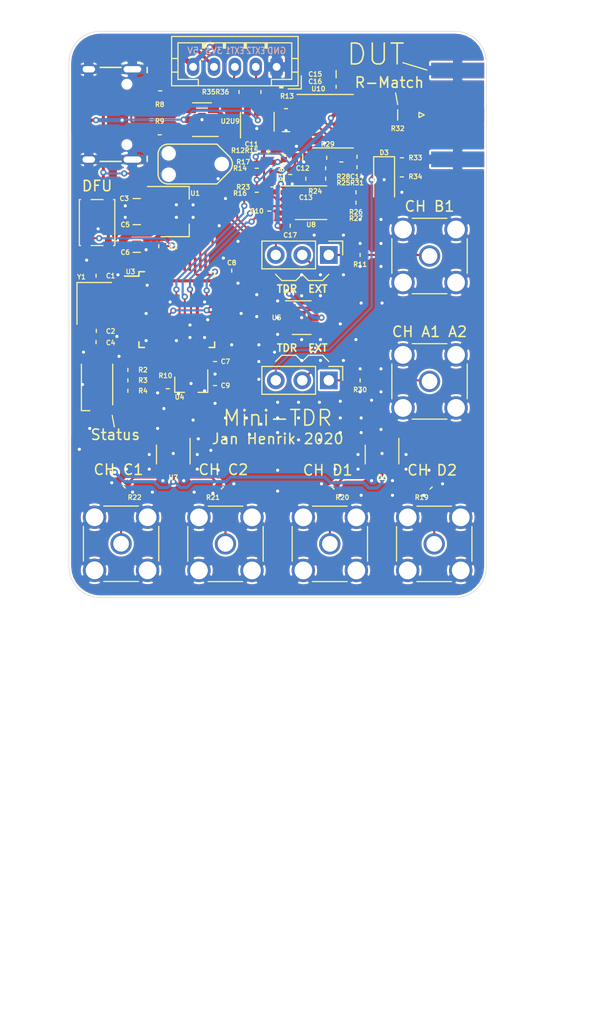
<source format=kicad_pcb>
(kicad_pcb (version 20171130) (host pcbnew 5.1.5+dfsg1-2build2)
  (layers (0 F.Cu signal) (31 B.Cu signal) (34 B.Paste user) (35 F.Paste user) (36 B.SilkS user) (37 F.SilkS user) (38 B.Mask user) (39 F.Mask user) (44 Edge.Cuts user))
  (net 0 "")
  (net 1 GND)
  (net 2 "Net-(C1-Pad1)")
  (net 3 "Net-(C2-Pad1)")
  (net 4 +5V)
  (net 5 "Net-(C4-Pad1)")
  (net 6 +3V3)
  (net 7 "Net-(C10-Pad2)")
  (net 8 "Net-(C10-Pad1)")
  (net 9 "Net-(C11-Pad1)")
  (net 10 "Net-(C12-Pad1)")
  (net 11 "Net-(C13-Pad2)")
  (net 12 "Net-(C13-Pad1)")
  (net 13 "Net-(C14-Pad2)")
  (net 14 "Net-(C14-Pad1)")
  (net 15 "Net-(D1-Pad3)")
  (net 16 "Net-(D1-Pad2)")
  (net 17 "Net-(D1-Pad1)")
  (net 18 "Net-(D3-Pad1)")
  (net 19 "Net-(J1-PadB5)")
  (net 20 "Net-(J1-PadA8)")
  (net 21 D+)
  (net 22 D-)
  (net 23 "Net-(J1-PadA5)")
  (net 24 "Net-(J1-PadB8)")
  (net 25 "Net-(J2-Pad1)")
  (net 26 "Net-(J3-Pad1)")
  (net 27 "Net-(J4-Pad1)")
  (net 28 "Net-(J5-Pad1)")
  (net 29 "Net-(J6-Pad1)")
  (net 30 "Net-(J7-Pad1)")
  (net 31 "Net-(J8-Pad3)")
  (net 32 "Net-(J8-Pad2)")
  (net 33 "Net-(J9-Pad1)")
  (net 34 SIG_OUT)
  (net 35 "Net-(JP1-Pad1)")
  (net 36 SIG_IN)
  (net 37 "Net-(JP2-Pad1)")
  (net 38 "Net-(P1-Pad6)")
  (net 39 SWCLK)
  (net 40 "Net-(P1-Pad3)")
  (net 41 SWDIO)
  (net 42 "Net-(R1-Pad1)")
  (net 43 "Net-(R2-Pad2)")
  (net 44 "Net-(R3-Pad2)")
  (net 45 "Net-(R4-Pad2)")
  (net 46 "Net-(R10-Pad2)")
  (net 47 "Net-(R14-Pad2)")
  (net 48 UREF)
  (net 49 CH_C1)
  (net 50 CH_C2)
  (net 51 CH_D1)
  (net 52 CH_D2)
  (net 53 "Net-(R24-Pad1)")
  (net 54 "Net-(R26-Pad2)")
  (net 55 "Net-(R27-Pad2)")
  (net 56 "Net-(R28-Pad1)")
  (net 57 EXT_1)
  (net 58 EXT_2)
  (net 59 "Net-(U3-Pad46)")
  (net 60 "Net-(U3-Pad44)")
  (net 61 "Net-(U3-Pad43)")
  (net 62 "Net-(U3-Pad25)")
  (net 63 "Net-(U3-Pad22)")
  (net 64 "Net-(U3-Pad13)")
  (net 65 "Net-(U3-Pad12)")
  (net 66 "Net-(U3-Pad8)")
  (net 67 "Net-(U3-Pad4)")
  (net 68 "Net-(U3-Pad3)")
  (net 69 "Net-(U3-Pad2)")
  (net 70 "Net-(U8-Pad5)")
  (net 71 "Net-(U3-Pad42)")
  (net 72 "Net-(U3-Pad41)")
  (net 73 "Net-(U3-Pad40)")
  (net 74 "Net-(U3-Pad15)")
  (module otter:C_0402 (layer F.Cu) (at 131.2 68.6)
    (fp_text reference C17 (at 0 0.9) (layer F.SilkS) (effects (font (size 0.45 0.45) (thickness 0.1))))
    (fp_text value 100n hide)
    (pad 2 smd rect (at 0.47 0) (size 0.5 0.6) (layers F.Cu F.Paste F.Mask) (net 1 GND))
    (pad 1 smd rect (at -0.47 0) (size 0.5 0.6) (layers F.Cu F.Paste F.Mask) (net 4 +5V))
  )
  (module otter:C_0402 (layer F.Cu) (at 135.6 55.3 180)
    (fp_text reference C16 (at 2 0.5) (layer F.SilkS) (effects (font (size 0.45 0.45) (thickness 0.1))))
    (fp_text value 100n hide)
    (pad 2 smd rect (at 0.47 0 180) (size 0.5 0.6) (layers F.Cu F.Paste F.Mask) (net 1 GND))
    (pad 1 smd rect (at -0.47 0 180) (size 0.5 0.6) (layers F.Cu F.Paste F.Mask) (net 4 +5V))
  )
  (module otter:C_0603 (layer F.Cu) (at 135.6 54.1 180)
    (fp_text reference C15 (at 2 0) (layer F.SilkS) (effects (font (size 0.45 0.45) (thickness 0.1))))
    (fp_text value 1u hide)
    (pad 2 smd rect (at 0.75 0 180) (size 0.6 0.9) (layers F.Cu F.Paste F.Mask) (net 1 GND))
    (pad 1 smd rect (at -0.75 0 180) (size 0.6 0.9) (layers F.Cu F.Paste F.Mask) (net 4 +5V))
  )
  (module Connector_Coaxial:SMA_Amphenol_132291_Vertical (layer F.Cu) (at 144.55 83.5)
    (fp_text reference J7 hide)
    (fp_text value SMA)
    (pad 2 thru_hole circle (at -2.54 2.54) (size 2.25 2.25) (drill 1.7) (layers *.Cu *.Mask) (net 1 GND))
    (pad 2 thru_hole circle (at -2.54 -2.54) (size 2.25 2.25) (drill 1.7) (layers *.Cu *.Mask) (net 1 GND))
    (pad 2 thru_hole circle (at 2.54 -2.54) (size 2.25 2.25) (drill 1.7) (layers *.Cu *.Mask) (net 1 GND))
    (pad 2 thru_hole circle (at 2.54 2.54) (size 2.25 2.25) (drill 1.7) (layers *.Cu *.Mask) (net 1 GND))
    (pad 1 thru_hole circle (at 0 0) (size 2.05 2.05) (drill 1.5) (layers *.Cu *.Mask) (net 30 "Net-(J7-Pad1)"))
  )
  (module Connector_Coaxial:SMA_Amphenol_132291_Vertical (layer F.Cu) (at 115 99.04 270)
    (fp_text reference J6 hide)
    (fp_text value SMA)
    (pad 2 thru_hole circle (at -2.54 2.54 270) (size 2.25 2.25) (drill 1.7) (layers *.Cu *.Mask) (net 1 GND))
    (pad 2 thru_hole circle (at -2.54 -2.54 270) (size 2.25 2.25) (drill 1.7) (layers *.Cu *.Mask) (net 1 GND))
    (pad 2 thru_hole circle (at 2.54 -2.54 270) (size 2.25 2.25) (drill 1.7) (layers *.Cu *.Mask) (net 1 GND))
    (pad 2 thru_hole circle (at 2.54 2.54 270) (size 2.25 2.25) (drill 1.7) (layers *.Cu *.Mask) (net 1 GND))
    (pad 1 thru_hole circle (at 0 0 270) (size 2.05 2.05) (drill 1.5) (layers *.Cu *.Mask) (net 29 "Net-(J6-Pad1)"))
  )
  (module Connector_Coaxial:SMA_Amphenol_132291_Vertical (layer F.Cu) (at 125 99.05 270)
    (fp_text reference J5 hide)
    (fp_text value SMA)
    (pad 2 thru_hole circle (at -2.54 2.54 270) (size 2.25 2.25) (drill 1.7) (layers *.Cu *.Mask) (net 1 GND))
    (pad 2 thru_hole circle (at -2.54 -2.54 270) (size 2.25 2.25) (drill 1.7) (layers *.Cu *.Mask) (net 1 GND))
    (pad 2 thru_hole circle (at 2.54 -2.54 270) (size 2.25 2.25) (drill 1.7) (layers *.Cu *.Mask) (net 1 GND))
    (pad 2 thru_hole circle (at 2.54 2.54 270) (size 2.25 2.25) (drill 1.7) (layers *.Cu *.Mask) (net 1 GND))
    (pad 1 thru_hole circle (at 0 0 270) (size 2.05 2.05) (drill 1.5) (layers *.Cu *.Mask) (net 28 "Net-(J5-Pad1)"))
  )
  (module Connector_Coaxial:SMA_Amphenol_132291_Vertical (layer F.Cu) (at 135 99.05 270)
    (fp_text reference J4 hide)
    (fp_text value SMA)
    (pad 2 thru_hole circle (at -2.54 2.54 270) (size 2.25 2.25) (drill 1.7) (layers *.Cu *.Mask) (net 1 GND))
    (pad 2 thru_hole circle (at -2.54 -2.54 270) (size 2.25 2.25) (drill 1.7) (layers *.Cu *.Mask) (net 1 GND))
    (pad 2 thru_hole circle (at 2.54 -2.54 270) (size 2.25 2.25) (drill 1.7) (layers *.Cu *.Mask) (net 1 GND))
    (pad 2 thru_hole circle (at 2.54 2.54 270) (size 2.25 2.25) (drill 1.7) (layers *.Cu *.Mask) (net 1 GND))
    (pad 1 thru_hole circle (at 0 0 270) (size 2.05 2.05) (drill 1.5) (layers *.Cu *.Mask) (net 27 "Net-(J4-Pad1)"))
  )
  (module Connector_Coaxial:SMA_Amphenol_132291_Vertical (layer F.Cu) (at 145 99.05 270)
    (fp_text reference J3 hide)
    (fp_text value SMA)
    (pad 2 thru_hole circle (at -2.54 2.54 270) (size 2.25 2.25) (drill 1.7) (layers *.Cu *.Mask) (net 1 GND))
    (pad 2 thru_hole circle (at -2.54 -2.54 270) (size 2.25 2.25) (drill 1.7) (layers *.Cu *.Mask) (net 1 GND))
    (pad 2 thru_hole circle (at 2.54 -2.54 270) (size 2.25 2.25) (drill 1.7) (layers *.Cu *.Mask) (net 1 GND))
    (pad 2 thru_hole circle (at 2.54 2.54 270) (size 2.25 2.25) (drill 1.7) (layers *.Cu *.Mask) (net 1 GND))
    (pad 1 thru_hole circle (at 0 0 270) (size 2.05 2.05) (drill 1.5) (layers *.Cu *.Mask) (net 26 "Net-(J3-Pad1)"))
  )
  (module Connector_Coaxial:SMA_Amphenol_132291_Vertical (layer F.Cu) (at 144.55 71.5)
    (fp_text reference J2 hide)
    (fp_text value SMA)
    (pad 2 thru_hole circle (at -2.54 2.54) (size 2.25 2.25) (drill 1.7) (layers *.Cu *.Mask) (net 1 GND))
    (pad 2 thru_hole circle (at -2.54 -2.54) (size 2.25 2.25) (drill 1.7) (layers *.Cu *.Mask) (net 1 GND))
    (pad 2 thru_hole circle (at 2.54 -2.54) (size 2.25 2.25) (drill 1.7) (layers *.Cu *.Mask) (net 1 GND))
    (pad 2 thru_hole circle (at 2.54 2.54) (size 2.25 2.25) (drill 1.7) (layers *.Cu *.Mask) (net 1 GND))
    (pad 1 thru_hole circle (at 0 0) (size 2.05 2.05) (drill 1.5) (layers *.Cu *.Mask) (net 25 "Net-(J2-Pad1)"))
  )
  (module Crystal:Crystal_SMD_3225-4Pin_3.2x2.5mm (layer F.Cu) (at 112.425379 76.035786 270)
    (fp_text reference Y1 (at -2.535786 1.225379 180) (layer F.SilkS) (effects (font (size 0.45 0.45) (thickness 0.1))))
    (fp_text value 8Mhz)
    (pad 4 smd rect (at -1.1 -0.85 270) (size 1.4 1.2) (layers F.Cu F.Paste F.Mask) (net 1 GND))
    (pad 3 smd rect (at 1.1 -0.85 270) (size 1.4 1.2) (layers F.Cu F.Paste F.Mask) (net 3 "Net-(C2-Pad1)"))
    (pad 2 smd rect (at 1.1 0.85 270) (size 1.4 1.2) (layers F.Cu F.Paste F.Mask) (net 1 GND))
    (pad 1 smd rect (at -1.1 0.85 270) (size 1.4 1.2) (layers F.Cu F.Paste F.Mask) (net 2 "Net-(C1-Pad1)"))
  )
  (module Package_SO:SOIC-8_3.9x4.9mm_P1.27mm (layer F.Cu) (at 135.3 58.6)
    (fp_text reference U10 (at -1.4 -3.1) (layer F.SilkS) (effects (font (size 0.45 0.45) (thickness 0.1))))
    (fp_text value AD8009)
    (pad 8 smd roundrect (at 2.475 -1.905) (size 1.95 0.6) (layers F.Cu F.Paste F.Mask))
    (pad 7 smd roundrect (at 2.475 -0.635) (size 1.95 0.6) (layers F.Cu F.Paste F.Mask) (net 4 +5V))
    (pad 6 smd roundrect (at 2.475 0.635) (size 1.95 0.6) (layers F.Cu F.Paste F.Mask) (net 14 "Net-(C14-Pad1)"))
    (pad 5 smd roundrect (at 2.475 1.905) (size 1.95 0.6) (layers F.Cu F.Paste F.Mask))
    (pad 4 smd roundrect (at -2.475 1.905) (size 1.95 0.6) (layers F.Cu F.Paste F.Mask) (net 1 GND))
    (pad 3 smd roundrect (at -2.475 0.635) (size 1.95 0.6) (layers F.Cu F.Paste F.Mask) (net 56 "Net-(R28-Pad1)"))
    (pad 2 smd roundrect (at -2.475 -0.635) (size 1.95 0.6) (layers F.Cu F.Paste F.Mask) (net 13 "Net-(C14-Pad2)"))
    (pad 1 smd roundrect (at -2.475 -1.905) (size 1.95 0.6) (layers F.Cu F.Paste F.Mask))
  )
  (module Package_TO_SOT_SMD:SOT-23-6 (layer F.Cu) (at 128.05 58.65 90)
    (fp_text reference U9 (at 0.05 -2.15 180) (layer F.SilkS) (effects (font (size 0.45 0.45) (thickness 0.1))))
    (fp_text value USBLC)
    (pad 5 smd rect (at 1.1 0 90) (size 1.06 0.65) (layers F.Cu F.Paste F.Mask) (net 4 +5V))
    (pad 6 smd rect (at 1.1 -0.95 90) (size 1.06 0.65) (layers F.Cu F.Paste F.Mask) (net 57 EXT_1))
    (pad 4 smd rect (at 1.1 0.95 90) (size 1.06 0.65) (layers F.Cu F.Paste F.Mask) (net 58 EXT_2))
    (pad 3 smd rect (at -1.1 0.95 90) (size 1.06 0.65) (layers F.Cu F.Paste F.Mask) (net 58 EXT_2))
    (pad 2 smd rect (at -1.1 0 90) (size 1.06 0.65) (layers F.Cu F.Paste F.Mask) (net 1 GND))
    (pad 1 smd rect (at -1.1 -0.95 90) (size 1.06 0.65) (layers F.Cu F.Paste F.Mask) (net 57 EXT_1))
  )
  (module Package_SO:MSOP-8_3x3mm_P0.65mm (layer F.Cu) (at 133.2 66.4)
    (fp_text reference U8 (at 0 2.1) (layer F.SilkS) (effects (font (size 0.45 0.45) (thickness 0.1))))
    (fp_text value LT1711xMS8)
    (pad 8 smd roundrect (at 2.1125 -0.975) (size 1.625 0.5) (layers F.Cu F.Paste F.Mask) (net 54 "Net-(R26-Pad2)"))
    (pad 7 smd roundrect (at 2.1125 -0.325) (size 1.625 0.5) (layers F.Cu F.Paste F.Mask) (net 55 "Net-(R27-Pad2)"))
    (pad 6 smd roundrect (at 2.1125 0.325) (size 1.625 0.5) (layers F.Cu F.Paste F.Mask) (net 1 GND))
    (pad 5 smd roundrect (at 2.1125 0.975) (size 1.625 0.5) (layers F.Cu F.Paste F.Mask) (net 70 "Net-(U8-Pad5)"))
    (pad 4 smd roundrect (at -2.1125 0.975) (size 1.625 0.5) (layers F.Cu F.Paste F.Mask) (net 1 GND))
    (pad 3 smd roundrect (at -2.1125 0.325) (size 1.625 0.5) (layers F.Cu F.Paste F.Mask) (net 8 "Net-(C10-Pad1)"))
    (pad 2 smd roundrect (at -2.1125 -0.325) (size 1.625 0.5) (layers F.Cu F.Paste F.Mask) (net 12 "Net-(C13-Pad1)"))
    (pad 1 smd roundrect (at -2.1125 -0.975) (size 1.625 0.5) (layers F.Cu F.Paste F.Mask) (net 4 +5V))
  )
  (module Package_TO_SOT_SMD:SOT-23-6 (layer F.Cu) (at 120 90.5 270)
    (fp_text reference U7 (at 2.2 0 180) (layer F.SilkS) (effects (font (size 0.45 0.45) (thickness 0.1))))
    (fp_text value USBLC)
    (pad 5 smd rect (at 1.1 0 270) (size 1.06 0.65) (layers F.Cu F.Paste F.Mask) (net 4 +5V))
    (pad 6 smd rect (at 1.1 -0.95 270) (size 1.06 0.65) (layers F.Cu F.Paste F.Mask) (net 50 CH_C2))
    (pad 4 smd rect (at 1.1 0.95 270) (size 1.06 0.65) (layers F.Cu F.Paste F.Mask) (net 49 CH_C1))
    (pad 3 smd rect (at -1.1 0.95 270) (size 1.06 0.65) (layers F.Cu F.Paste F.Mask) (net 49 CH_C1))
    (pad 2 smd rect (at -1.1 0 270) (size 1.06 0.65) (layers F.Cu F.Paste F.Mask) (net 1 GND))
    (pad 1 smd rect (at -1.1 -0.95 270) (size 1.06 0.65) (layers F.Cu F.Paste F.Mask) (net 50 CH_C2))
  )
  (module Package_TO_SOT_SMD:SOT-23-6 (layer F.Cu) (at 140 90.5 270)
    (fp_text reference U6 (at 2.2 0 180) (layer F.SilkS) (effects (font (size 0.45 0.45) (thickness 0.1))))
    (fp_text value USBLC)
    (pad 5 smd rect (at 1.1 0 270) (size 1.06 0.65) (layers F.Cu F.Paste F.Mask) (net 4 +5V))
    (pad 6 smd rect (at 1.1 -0.95 270) (size 1.06 0.65) (layers F.Cu F.Paste F.Mask) (net 52 CH_D2))
    (pad 4 smd rect (at 1.1 0.95 270) (size 1.06 0.65) (layers F.Cu F.Paste F.Mask) (net 51 CH_D1))
    (pad 3 smd rect (at -1.1 0.95 270) (size 1.06 0.65) (layers F.Cu F.Paste F.Mask) (net 51 CH_D1))
    (pad 2 smd rect (at -1.1 0 270) (size 1.06 0.65) (layers F.Cu F.Paste F.Mask) (net 1 GND))
    (pad 1 smd rect (at -1.1 -0.95 270) (size 1.06 0.65) (layers F.Cu F.Paste F.Mask) (net 52 CH_D2))
  )
  (module Package_TO_SOT_SMD:SOT-23-6 (layer F.Cu) (at 132.3 77.4)
    (fp_text reference U5 (at -2.4 0) (layer F.SilkS) (effects (font (size 0.45 0.45) (thickness 0.1))))
    (fp_text value USBLC)
    (pad 5 smd rect (at 1.1 0) (size 1.06 0.65) (layers F.Cu F.Paste F.Mask) (net 4 +5V))
    (pad 6 smd rect (at 1.1 -0.95) (size 1.06 0.65) (layers F.Cu F.Paste F.Mask) (net 34 SIG_OUT))
    (pad 4 smd rect (at 1.1 0.95) (size 1.06 0.65) (layers F.Cu F.Paste F.Mask) (net 36 SIG_IN))
    (pad 3 smd rect (at -1.1 0.95) (size 1.06 0.65) (layers F.Cu F.Paste F.Mask) (net 36 SIG_IN))
    (pad 2 smd rect (at -1.1 0) (size 1.06 0.65) (layers F.Cu F.Paste F.Mask) (net 1 GND))
    (pad 1 smd rect (at -1.1 -0.95) (size 1.06 0.65) (layers F.Cu F.Paste F.Mask) (net 34 SIG_OUT))
  )
  (module Package_TO_SOT_SMD:SOT-23 (layer F.Cu) (at 121.723223 83.787436 270)
    (fp_text reference U4 (at 1.212564 1.123223 180) (layer F.SilkS) (effects (font (size 0.45 0.45) (thickness 0.1))))
    (fp_text value CJ432)
    (pad 3 smd rect (at 1 0 270) (size 0.9 0.8) (layers F.Cu F.Paste F.Mask) (net 1 GND))
    (pad 2 smd rect (at -1 0.95 270) (size 0.9 0.8) (layers F.Cu F.Paste F.Mask) (net 46 "Net-(R10-Pad2)"))
    (pad 1 smd rect (at -1 -0.95 270) (size 0.9 0.8) (layers F.Cu F.Paste F.Mask) (net 46 "Net-(R10-Pad2)"))
  )
  (module Package_QFP:TQFP-48_7x7mm_P0.5mm (layer F.Cu) (at 120.337437 76.626776)
    (fp_text reference U3 (at -4.437437 -3.626776) (layer F.SilkS) (effects (font (size 0.45 0.45) (thickness 0.1))))
    (fp_text value STM32G474CBT6)
    (pad 48 smd rect (at -2.75 -4.35 90) (size 1.3 0.25) (layers F.Cu F.Paste F.Mask) (net 6 +3V3))
    (pad 47 smd rect (at -2.25 -4.35 90) (size 1.3 0.25) (layers F.Cu F.Paste F.Mask) (net 1 GND))
    (pad 46 smd rect (at -1.75 -4.35 90) (size 1.3 0.25) (layers F.Cu F.Paste F.Mask) (net 59 "Net-(U3-Pad46)"))
    (pad 45 smd rect (at -1.25 -4.35 90) (size 1.3 0.25) (layers F.Cu F.Paste F.Mask) (net 42 "Net-(R1-Pad1)"))
    (pad 44 smd rect (at -0.75 -4.35 90) (size 1.3 0.25) (layers F.Cu F.Paste F.Mask) (net 60 "Net-(U3-Pad44)"))
    (pad 43 smd rect (at -0.25 -4.35 90) (size 1.3 0.25) (layers F.Cu F.Paste F.Mask) (net 61 "Net-(U3-Pad43)"))
    (pad 42 smd rect (at 0.25 -4.35 90) (size 1.3 0.25) (layers F.Cu F.Paste F.Mask) (net 71 "Net-(U3-Pad42)"))
    (pad 41 smd rect (at 0.75 -4.35 90) (size 1.3 0.25) (layers F.Cu F.Paste F.Mask) (net 72 "Net-(U3-Pad41)"))
    (pad 40 smd rect (at 1.25 -4.35 90) (size 1.3 0.25) (layers F.Cu F.Paste F.Mask) (net 73 "Net-(U3-Pad40)"))
    (pad 39 smd rect (at 1.75 -4.35 90) (size 1.3 0.25) (layers F.Cu F.Paste F.Mask) (net 34 SIG_OUT))
    (pad 38 smd rect (at 2.25 -4.35 90) (size 1.3 0.25) (layers F.Cu F.Paste F.Mask) (net 39 SWCLK))
    (pad 37 smd rect (at 2.75 -4.35 90) (size 1.3 0.25) (layers F.Cu F.Paste F.Mask) (net 41 SWDIO))
    (pad 36 smd rect (at 4.35 -2.75) (size 1.3 0.25) (layers F.Cu F.Paste F.Mask) (net 6 +3V3))
    (pad 35 smd rect (at 4.35 -2.25) (size 1.3 0.25) (layers F.Cu F.Paste F.Mask) (net 1 GND))
    (pad 34 smd rect (at 4.35 -1.75) (size 1.3 0.25) (layers F.Cu F.Paste F.Mask) (net 21 D+))
    (pad 33 smd rect (at 4.35 -1.25) (size 1.3 0.25) (layers F.Cu F.Paste F.Mask) (net 22 D-))
    (pad 32 smd rect (at 4.35 -0.75) (size 1.3 0.25) (layers F.Cu F.Paste F.Mask) (net 34 SIG_OUT))
    (pad 31 smd rect (at 4.35 -0.25) (size 1.3 0.25) (layers F.Cu F.Paste F.Mask) (net 36 SIG_IN))
    (pad 30 smd rect (at 4.35 0.25) (size 1.3 0.25) (layers F.Cu F.Paste F.Mask) (net 36 SIG_IN))
    (pad 29 smd rect (at 4.35 0.75) (size 1.3 0.25) (layers F.Cu F.Paste F.Mask) (net 52 CH_D2))
    (pad 28 smd rect (at 4.35 1.25) (size 1.3 0.25) (layers F.Cu F.Paste F.Mask) (net 51 CH_D1))
    (pad 27 smd rect (at 4.35 1.75) (size 1.3 0.25) (layers F.Cu F.Paste F.Mask) (net 50 CH_C2))
    (pad 26 smd rect (at 4.35 2.25) (size 1.3 0.25) (layers F.Cu F.Paste F.Mask) (net 49 CH_C1))
    (pad 25 smd rect (at 4.35 2.75) (size 1.3 0.25) (layers F.Cu F.Paste F.Mask) (net 62 "Net-(U3-Pad25)"))
    (pad 24 smd rect (at 2.75 4.35 90) (size 1.3 0.25) (layers F.Cu F.Paste F.Mask) (net 6 +3V3))
    (pad 23 smd rect (at 2.25 4.35 90) (size 1.3 0.25) (layers F.Cu F.Paste F.Mask) (net 1 GND))
    (pad 22 smd rect (at 1.75 4.35 90) (size 1.3 0.25) (layers F.Cu F.Paste F.Mask) (net 63 "Net-(U3-Pad22)"))
    (pad 21 smd rect (at 1.25 4.35 90) (size 1.3 0.25) (layers F.Cu F.Paste F.Mask) (net 6 +3V3))
    (pad 20 smd rect (at 0.75 4.35 90) (size 1.3 0.25) (layers F.Cu F.Paste F.Mask) (net 46 "Net-(R10-Pad2)"))
    (pad 19 smd rect (at 0.25 4.35 90) (size 1.3 0.25) (layers F.Cu F.Paste F.Mask) (net 1 GND))
    (pad 18 smd rect (at -0.25 4.35 90) (size 1.3 0.25) (layers F.Cu F.Paste F.Mask) (net 45 "Net-(R4-Pad2)"))
    (pad 17 smd rect (at -0.75 4.35 90) (size 1.3 0.25) (layers F.Cu F.Paste F.Mask) (net 44 "Net-(R3-Pad2)"))
    (pad 16 smd rect (at -1.25 4.35 90) (size 1.3 0.25) (layers F.Cu F.Paste F.Mask) (net 43 "Net-(R2-Pad2)"))
    (pad 15 smd rect (at -1.75 4.35 90) (size 1.3 0.25) (layers F.Cu F.Paste F.Mask) (net 74 "Net-(U3-Pad15)"))
    (pad 14 smd rect (at -2.25 4.35 90) (size 1.3 0.25) (layers F.Cu F.Paste F.Mask) (net 48 UREF))
    (pad 13 smd rect (at -2.75 4.35 90) (size 1.3 0.25) (layers F.Cu F.Paste F.Mask) (net 64 "Net-(U3-Pad13)"))
    (pad 12 smd rect (at -4.35 2.75) (size 1.3 0.25) (layers F.Cu F.Paste F.Mask) (net 65 "Net-(U3-Pad12)"))
    (pad 11 smd rect (at -4.35 2.25) (size 1.3 0.25) (layers F.Cu F.Paste F.Mask) (net 58 EXT_2))
    (pad 10 smd rect (at -4.35 1.75) (size 1.3 0.25) (layers F.Cu F.Paste F.Mask) (net 57 EXT_1))
    (pad 9 smd rect (at -4.35 1.25) (size 1.3 0.25) (layers F.Cu F.Paste F.Mask) (net 36 SIG_IN))
    (pad 8 smd rect (at -4.35 0.75) (size 1.3 0.25) (layers F.Cu F.Paste F.Mask) (net 66 "Net-(U3-Pad8)"))
    (pad 7 smd rect (at -4.35 0.25) (size 1.3 0.25) (layers F.Cu F.Paste F.Mask) (net 5 "Net-(C4-Pad1)"))
    (pad 6 smd rect (at -4.35 -0.25) (size 1.3 0.25) (layers F.Cu F.Paste F.Mask) (net 3 "Net-(C2-Pad1)"))
    (pad 5 smd rect (at -4.35 -0.75) (size 1.3 0.25) (layers F.Cu F.Paste F.Mask) (net 2 "Net-(C1-Pad1)"))
    (pad 4 smd rect (at -4.35 -1.25) (size 1.3 0.25) (layers F.Cu F.Paste F.Mask) (net 67 "Net-(U3-Pad4)"))
    (pad 3 smd rect (at -4.35 -1.75) (size 1.3 0.25) (layers F.Cu F.Paste F.Mask) (net 68 "Net-(U3-Pad3)"))
    (pad 2 smd rect (at -4.35 -2.25) (size 1.3 0.25) (layers F.Cu F.Paste F.Mask) (net 69 "Net-(U3-Pad2)"))
    (pad 1 smd rect (at -4.35 -2.75) (size 1.3 0.25) (layers F.Cu F.Paste F.Mask) (net 6 +3V3))
  )
  (module Package_TO_SOT_SMD:SOT-23-6 (layer F.Cu) (at 122.75 58.45 180)
    (fp_text reference U2 (at -2.25 -0.15) (layer F.SilkS) (effects (font (size 0.45 0.45) (thickness 0.1))))
    (fp_text value USBLC)
    (pad 5 smd rect (at 1.1 0 180) (size 1.06 0.65) (layers F.Cu F.Paste F.Mask) (net 4 +5V))
    (pad 6 smd rect (at 1.1 -0.95 180) (size 1.06 0.65) (layers F.Cu F.Paste F.Mask) (net 21 D+))
    (pad 4 smd rect (at 1.1 0.95 180) (size 1.06 0.65) (layers F.Cu F.Paste F.Mask) (net 22 D-))
    (pad 3 smd rect (at -1.1 0.95 180) (size 1.06 0.65) (layers F.Cu F.Paste F.Mask) (net 22 D-))
    (pad 2 smd rect (at -1.1 0 180) (size 1.06 0.65) (layers F.Cu F.Paste F.Mask) (net 1 GND))
    (pad 1 smd rect (at -1.1 -0.95 180) (size 1.06 0.65) (layers F.Cu F.Paste F.Mask) (net 21 D+))
  )
  (module Package_TO_SOT_SMD:SOT-89-3 (layer F.Cu) (at 119.75 67.25)
    (fp_text reference U1 (at 2.35 -1.75) (layer F.SilkS) (effects (font (size 0.45 0.45) (thickness 0.1))))
    (fp_text value AP2204R-3.3)
    (pad 2 smd trapezoid (at -0.0762 0 90) (size 1.5 1) (rect_delta 0 0.7) (layers F.Cu F.Paste F.Mask) (net 1 GND))
    (pad 2 smd rect (at 1.3335 0 270) (size 2.2 1.84) (layers F.Cu F.Paste F.Mask) (net 1 GND))
    (pad 3 smd rect (at -1.48 1.5 270) (size 1 1.5) (layers F.Cu F.Paste F.Mask) (net 6 +3V3))
    (pad 2 smd rect (at -1.3335 0 270) (size 1 1.8) (layers F.Cu F.Paste F.Mask) (net 1 GND))
    (pad 1 smd rect (at -1.48 -1.5 270) (size 1 1.5) (layers F.Cu F.Paste F.Mask) (net 4 +5V))
    (pad 2 smd trapezoid (at 2.667 0 270) (size 1.6 0.85) (rect_delta 0 0.6) (layers F.Cu F.Paste F.Mask) (net 1 GND))
  )
  (module Button_Switch_SMD:SW_SPST_PTS810 (layer F.Cu) (at 112.7 68.3 90)
    (fp_text reference SW1 hide)
    (fp_text value DFU)
    (pad 2 smd rect (at 2.075 1.075 90) (size 1.05 0.65) (layers F.Cu F.Paste F.Mask) (net 6 +3V3))
    (pad 2 smd rect (at -2.075 1.075 90) (size 1.05 0.65) (layers F.Cu F.Paste F.Mask) (net 6 +3V3))
    (pad 1 smd rect (at 2.075 -1.075 90) (size 1.05 0.65) (layers F.Cu F.Paste F.Mask) (net 42 "Net-(R1-Pad1)"))
    (pad 1 smd rect (at -2.075 -1.075 90) (size 1.05 0.65) (layers F.Cu F.Paste F.Mask) (net 42 "Net-(R1-Pad1)"))
  )
  (module otter:R_0402 (layer F.Cu) (at 128.4 55.8 180)
    (fp_text reference R36 (at 3.7 0) (layer F.SilkS) (effects (font (size 0.45 0.45) (thickness 0.1))))
    (fp_text value 22 hide)
    (pad 2 smd rect (at 0.47 0 180) (size 0.5 0.6) (layers F.Cu F.Paste F.Mask) (net 32 "Net-(J8-Pad2)"))
    (pad 1 smd rect (at -0.47 0 180) (size 0.5 0.6) (layers F.Cu F.Paste F.Mask) (net 58 EXT_2))
  )
  (module otter:R_0402 (layer F.Cu) (at 126.3 55.8 180)
    (fp_text reference R35 (at 2.9 0) (layer F.SilkS) (effects (font (size 0.45 0.45) (thickness 0.1))))
    (fp_text value 22 hide)
    (pad 2 smd rect (at 0.47 0 180) (size 0.5 0.6) (layers F.Cu F.Paste F.Mask) (net 31 "Net-(J8-Pad3)"))
    (pad 1 smd rect (at -0.47 0 180) (size 0.5 0.6) (layers F.Cu F.Paste F.Mask) (net 57 EXT_1))
  )
  (module otter:R_0402 (layer F.Cu) (at 141.9 63.93 270)
    (fp_text reference R34 (at -0.03 -1.3 180) (layer F.SilkS) (effects (font (size 0.45 0.45) (thickness 0.1))))
    (fp_text value 100k hide)
    (pad 2 smd rect (at 0.47 0 270) (size 0.5 0.6) (layers F.Cu F.Paste F.Mask) (net 1 GND))
    (pad 1 smd rect (at -0.47 0 270) (size 0.5 0.6) (layers F.Cu F.Paste F.Mask) (net 18 "Net-(D3-Pad1)"))
  )
  (module otter:R_0402 (layer F.Cu) (at 141.9 62.1 270)
    (fp_text reference R33 (at 0 -1.3 180) (layer F.SilkS) (effects (font (size 0.45 0.45) (thickness 0.1))))
    (fp_text value 100k hide)
    (pad 2 smd rect (at 0.47 0 270) (size 0.5 0.6) (layers F.Cu F.Paste F.Mask) (net 18 "Net-(D3-Pad1)"))
    (pad 1 smd rect (at -0.47 0 270) (size 0.5 0.6) (layers F.Cu F.Paste F.Mask) (net 33 "Net-(J9-Pad1)"))
  )
  (module otter:R_0805 (layer F.Cu) (at 141.5 58 180)
    (fp_text reference R32 (at 0 -1.3) (layer F.SilkS) (effects (font (size 0.45 0.45) (thickness 0.1))))
    (fp_text value ROUT hide)
    (pad 2 smd rect (at 0.95 0 180) (size 0.7 1.3) (layers F.Cu F.Paste F.Mask) (net 14 "Net-(C14-Pad1)"))
    (pad 1 smd rect (at -0.95 0 180) (size 0.7 1.3) (layers F.Cu F.Paste F.Mask) (net 33 "Net-(J9-Pad1)"))
  )
  (module otter:R_0402 (layer F.Cu) (at 137.6 63)
    (fp_text reference R31 (at 0 1.5) (layer F.SilkS) (effects (font (size 0.45 0.45) (thickness 0.1))))
    (fp_text value 68 hide)
    (pad 2 smd rect (at 0.47 0) (size 0.5 0.6) (layers F.Cu F.Paste F.Mask) (net 14 "Net-(C14-Pad1)"))
    (pad 1 smd rect (at -0.47 0) (size 0.5 0.6) (layers F.Cu F.Paste F.Mask) (net 13 "Net-(C14-Pad2)"))
  )
  (module otter:R_0402 (layer F.Cu) (at 137.9 83.4 180)
    (fp_text reference R30 (at 0 -0.9) (layer F.SilkS) (effects (font (size 0.45 0.45) (thickness 0.1))))
    (fp_text value 22 hide)
    (pad 2 smd rect (at 0.47 0 180) (size 0.5 0.6) (layers F.Cu F.Paste F.Mask) (net 37 "Net-(JP2-Pad1)"))
    (pad 1 smd rect (at -0.47 0 180) (size 0.5 0.6) (layers F.Cu F.Paste F.Mask) (net 30 "Net-(J7-Pad1)"))
  )
  (module otter:R_0402 (layer F.Cu) (at 134.7 62.1 180)
    (fp_text reference R29 (at -0.1 1.3) (layer F.SilkS) (effects (font (size 0.45 0.45) (thickness 0.1))))
    (fp_text value 68 hide)
    (pad 2 smd rect (at 0.47 0 180) (size 0.5 0.6) (layers F.Cu F.Paste F.Mask) (net 1 GND))
    (pad 1 smd rect (at -0.47 0 180) (size 0.5 0.6) (layers F.Cu F.Paste F.Mask) (net 56 "Net-(R28-Pad1)"))
  )
  (module otter:R_0402 (layer F.Cu) (at 136.1 62.5 270)
    (fp_text reference R28 (at 1.4 -0.2 180) (layer F.SilkS) (effects (font (size 0.45 0.45) (thickness 0.1))))
    (fp_text value 47 hide)
    (pad 2 smd rect (at 0.47 0 270) (size 0.5 0.6) (layers F.Cu F.Paste F.Mask) (net 53 "Net-(R24-Pad1)"))
    (pad 1 smd rect (at -0.47 0 270) (size 0.5 0.6) (layers F.Cu F.Paste F.Mask) (net 56 "Net-(R28-Pad1)"))
  )
  (module otter:R_0402 (layer F.Cu) (at 137.5 66.4 180)
    (fp_text reference R27 (at 0 -1.5) (layer F.SilkS) (effects (font (size 0.45 0.45) (thickness 0.1))))
    (fp_text value 0 hide)
    (pad 2 smd rect (at 0.47 0 180) (size 0.5 0.6) (layers F.Cu F.Paste F.Mask) (net 55 "Net-(R27-Pad2)"))
    (pad 1 smd rect (at -0.47 0 180) (size 0.5 0.6) (layers F.Cu F.Paste F.Mask) (net 53 "Net-(R24-Pad1)"))
  )
  (module otter:R_0402 (layer F.Cu) (at 137.5 65.4 180)
    (fp_text reference R26 (at 0 -1.9) (layer F.SilkS) (effects (font (size 0.45 0.45) (thickness 0.1))))
    (fp_text value DNP hide)
    (pad 2 smd rect (at 0.47 0 180) (size 0.5 0.6) (layers F.Cu F.Paste F.Mask) (net 54 "Net-(R26-Pad2)"))
    (pad 1 smd rect (at -0.47 0 180) (size 0.5 0.6) (layers F.Cu F.Paste F.Mask) (net 53 "Net-(R24-Pad1)"))
  )
  (module otter:R_0402 (layer F.Cu) (at 134.6 63.1 180)
    (fp_text reference R25 (at -1.7 -1.4) (layer F.SilkS) (effects (font (size 0.45 0.45) (thickness 0.1))))
    (fp_text value 10k hide)
    (pad 2 smd rect (at 0.47 0 180) (size 0.5 0.6) (layers F.Cu F.Paste F.Mask) (net 11 "Net-(C13-Pad2)"))
    (pad 1 smd rect (at -0.47 0 180) (size 0.5 0.6) (layers F.Cu F.Paste F.Mask) (net 53 "Net-(R24-Pad1)"))
  )
  (module otter:R_0402 (layer F.Cu) (at 134.6 64.1 180)
    (fp_text reference R24 (at 1 -1.2) (layer F.SilkS) (effects (font (size 0.45 0.45) (thickness 0.1))))
    (fp_text value 100k hide)
    (pad 2 smd rect (at 0.47 0 180) (size 0.5 0.6) (layers F.Cu F.Paste F.Mask) (net 12 "Net-(C13-Pad1)"))
    (pad 1 smd rect (at -0.47 0 180) (size 0.5 0.6) (layers F.Cu F.Paste F.Mask) (net 53 "Net-(R24-Pad1)"))
  )
  (module otter:R_0402 (layer F.Cu) (at 129.5 64.9 90)
    (fp_text reference R23 (at 0 -2.8 180) (layer F.SilkS) (effects (font (size 0.45 0.45) (thickness 0.1))))
    (fp_text value 10k hide)
    (pad 2 smd rect (at 0.47 0 90) (size 0.5 0.6) (layers F.Cu F.Paste F.Mask) (net 10 "Net-(C12-Pad1)"))
    (pad 1 smd rect (at -0.47 0 90) (size 0.5 0.6) (layers F.Cu F.Paste F.Mask) (net 12 "Net-(C13-Pad1)"))
  )
  (module otter:R_0402 (layer F.Cu) (at 115.3 93.6 45)
    (fp_text reference R22 (at 0 1.414214 180) (layer F.SilkS) (effects (font (size 0.45 0.45) (thickness 0.1))))
    (fp_text value 22 hide)
    (pad 2 smd rect (at 0.47 0 45) (size 0.5 0.6) (layers F.Cu F.Paste F.Mask) (net 49 CH_C1))
    (pad 1 smd rect (at -0.47 0 45) (size 0.5 0.6) (layers F.Cu F.Paste F.Mask) (net 29 "Net-(J6-Pad1)"))
  )
  (module otter:R_0402 (layer F.Cu) (at 124.7 93.7 135)
    (fp_text reference R21 (at 0 -1.272792 180) (layer F.SilkS) (effects (font (size 0.45 0.45) (thickness 0.1))))
    (fp_text value 22 hide)
    (pad 2 smd rect (at 0.47 0 135) (size 0.5 0.6) (layers F.Cu F.Paste F.Mask) (net 50 CH_C2))
    (pad 1 smd rect (at -0.47 0 135) (size 0.5 0.6) (layers F.Cu F.Paste F.Mask) (net 28 "Net-(J5-Pad1)"))
  )
  (module otter:R_0402 (layer F.Cu) (at 135.3 93.7 45)
    (fp_text reference R20 (at 0 1.272792) (layer F.SilkS) (effects (font (size 0.45 0.45) (thickness 0.1))))
    (fp_text value 22 hide)
    (pad 2 smd rect (at 0.47 0 45) (size 0.5 0.6) (layers F.Cu F.Paste F.Mask) (net 51 CH_D1))
    (pad 1 smd rect (at -0.47 0 45) (size 0.5 0.6) (layers F.Cu F.Paste F.Mask) (net 27 "Net-(J4-Pad1)"))
  )
  (module otter:R_0402 (layer F.Cu) (at 144.7 93.7 135)
    (fp_text reference R19 (at 0 -1.272792 180) (layer F.SilkS) (effects (font (size 0.45 0.45) (thickness 0.1))))
    (fp_text value 22 hide)
    (pad 2 smd rect (at 0.47 0 135) (size 0.5 0.6) (layers F.Cu F.Paste F.Mask) (net 52 CH_D2))
    (pad 1 smd rect (at -0.47 0 135) (size 0.5 0.6) (layers F.Cu F.Paste F.Mask) (net 26 "Net-(J3-Pad1)"))
  )
  (module otter:R_0402 (layer F.Cu) (at 131.2 63.7 270)
    (fp_text reference R18 (at 0 0.8 270) (layer F.SilkS) (effects (font (size 0.45 0.45) (thickness 0.1))))
    (fp_text value 1k hide)
    (pad 2 smd rect (at 0.47 0 270) (size 0.5 0.6) (layers F.Cu F.Paste F.Mask) (net 1 GND))
    (pad 1 smd rect (at -0.47 0 270) (size 0.5 0.6) (layers F.Cu F.Paste F.Mask) (net 10 "Net-(C12-Pad1)"))
  )
  (module otter:R_0402 (layer F.Cu) (at 129.5 63 90)
    (fp_text reference R17 (at 0.5 -2.8 180) (layer F.SilkS) (effects (font (size 0.45 0.45) (thickness 0.1))))
    (fp_text value 1k hide)
    (pad 2 smd rect (at 0.47 0 90) (size 0.5 0.6) (layers F.Cu F.Paste F.Mask) (net 47 "Net-(R14-Pad2)"))
    (pad 1 smd rect (at -0.47 0 90) (size 0.5 0.6) (layers F.Cu F.Paste F.Mask) (net 10 "Net-(C12-Pad1)"))
  )
  (module otter:R_0402 (layer F.Cu) (at 128 65.4 270)
    (fp_text reference R16 (at 0.1 1.6 180) (layer F.SilkS) (effects (font (size 0.45 0.45) (thickness 0.1))))
    (fp_text value 0 hide)
    (pad 2 smd rect (at 0.47 0 270) (size 0.5 0.6) (layers F.Cu F.Paste F.Mask) (net 48 UREF))
    (pad 1 smd rect (at -0.47 0 270) (size 0.5 0.6) (layers F.Cu F.Paste F.Mask) (net 47 "Net-(R14-Pad2)"))
  )
  (module otter:R_0402 (layer F.Cu) (at 130.6 61.8 90)
    (fp_text reference R15 (at 0.4 -3.1 180) (layer F.SilkS) (effects (font (size 0.45 0.45) (thickness 0.1))))
    (fp_text value 1k hide)
    (pad 2 smd rect (at 0.47 0 90) (size 0.5 0.6) (layers F.Cu F.Paste F.Mask) (net 9 "Net-(C11-Pad1)"))
    (pad 1 smd rect (at -0.47 0 90) (size 0.5 0.6) (layers F.Cu F.Paste F.Mask) (net 47 "Net-(R14-Pad2)"))
  )
  (module otter:R_0402 (layer F.Cu) (at 128 63.1 270)
    (fp_text reference R14 (at 0 1.6 180) (layer F.SilkS) (effects (font (size 0.45 0.45) (thickness 0.1))))
    (fp_text value DNP hide)
    (pad 2 smd rect (at 0.47 0 270) (size 0.5 0.6) (layers F.Cu F.Paste F.Mask) (net 47 "Net-(R14-Pad2)"))
    (pad 1 smd rect (at -0.47 0 270) (size 0.5 0.6) (layers F.Cu F.Paste F.Mask) (net 4 +5V))
  )
  (module otter:R_0402 (layer F.Cu) (at 130.8 57.4 270)
    (fp_text reference R13 (at -1.2 -0.1 180) (layer F.SilkS) (effects (font (size 0.45 0.45) (thickness 0.1))))
    (fp_text value 1k hide)
    (pad 2 smd rect (at 0.47 0 270) (size 0.5 0.6) (layers F.Cu F.Paste F.Mask) (net 1 GND))
    (pad 1 smd rect (at -0.47 0 270) (size 0.5 0.6) (layers F.Cu F.Paste F.Mask) (net 9 "Net-(C11-Pad1)"))
  )
  (module otter:R_0402 (layer F.Cu) (at 129.1 61.5 180)
    (fp_text reference R12 (at 2.9 0.1) (layer F.SilkS) (effects (font (size 0.45 0.45) (thickness 0.1))))
    (fp_text value 10k hide)
    (pad 2 smd rect (at 0.47 0 180) (size 0.5 0.6) (layers F.Cu F.Paste F.Mask) (net 8 "Net-(C10-Pad1)"))
    (pad 1 smd rect (at -0.47 0 180) (size 0.5 0.6) (layers F.Cu F.Paste F.Mask) (net 9 "Net-(C11-Pad1)"))
  )
  (module otter:R_0402 (layer F.Cu) (at 137.9 71.4 180)
    (fp_text reference R11 (at 0 -0.9) (layer F.SilkS) (effects (font (size 0.45 0.45) (thickness 0.1))))
    (fp_text value 22 hide)
    (pad 2 smd rect (at 0.47 0 180) (size 0.5 0.6) (layers F.Cu F.Paste F.Mask) (net 35 "Net-(JP1-Pad1)"))
    (pad 1 smd rect (at -0.47 0 180) (size 0.5 0.6) (layers F.Cu F.Paste F.Mask) (net 25 "Net-(J2-Pad1)"))
  )
  (module otter:R_0402 (layer F.Cu) (at 119.473224 84.2 90)
    (fp_text reference R10 (at 1.25 -0.223224 180) (layer F.SilkS) (effects (font (size 0.45 0.45) (thickness 0.1))))
    (fp_text value 68 hide)
    (pad 2 smd rect (at 0.47 0 90) (size 0.5 0.6) (layers F.Cu F.Paste F.Mask) (net 46 "Net-(R10-Pad2)"))
    (pad 1 smd rect (at -0.47 0 90) (size 0.5 0.6) (layers F.Cu F.Paste F.Mask) (net 6 +3V3))
  )
  (module otter:R_0402 (layer F.Cu) (at 118.7 59.9 270)
    (fp_text reference R9 (at -1.3 0 180) (layer F.SilkS) (effects (font (size 0.45 0.45) (thickness 0.1))))
    (fp_text value 5k1 hide)
    (pad 2 smd rect (at 0.47 0 270) (size 0.5 0.6) (layers F.Cu F.Paste F.Mask) (net 1 GND))
    (pad 1 smd rect (at -0.47 0 270) (size 0.5 0.6) (layers F.Cu F.Paste F.Mask) (net 19 "Net-(J1-PadB5)"))
  )
  (module otter:R_0402 (layer F.Cu) (at 118.75 55.7 270)
    (fp_text reference R8 (at 1.3 0.05 180) (layer F.SilkS) (effects (font (size 0.45 0.45) (thickness 0.1))))
    (fp_text value 5k1 hide)
    (pad 2 smd rect (at 0.47 0 270) (size 0.5 0.6) (layers F.Cu F.Paste F.Mask) (net 23 "Net-(J1-PadA5)"))
    (pad 1 smd rect (at -0.47 0 270) (size 0.5 0.6) (layers F.Cu F.Paste F.Mask) (net 1 GND))
  )
  (module otter:R_0402 (layer F.Cu) (at 115.65 84.4)
    (fp_text reference R4 (at 1.45 0) (layer F.SilkS) (effects (font (size 0.45 0.45) (thickness 0.1))))
    (fp_text value 68 hide)
    (pad 2 smd rect (at 0.47 0) (size 0.5 0.6) (layers F.Cu F.Paste F.Mask) (net 45 "Net-(R4-Pad2)"))
    (pad 1 smd rect (at -0.47 0) (size 0.5 0.6) (layers F.Cu F.Paste F.Mask) (net 17 "Net-(D1-Pad1)"))
  )
  (module otter:R_0402 (layer F.Cu) (at 115.65 83.4)
    (fp_text reference R3 (at 1.45 0) (layer F.SilkS) (effects (font (size 0.45 0.45) (thickness 0.1))))
    (fp_text value 68 hide)
    (pad 2 smd rect (at 0.47 0) (size 0.5 0.6) (layers F.Cu F.Paste F.Mask) (net 44 "Net-(R3-Pad2)"))
    (pad 1 smd rect (at -0.47 0) (size 0.5 0.6) (layers F.Cu F.Paste F.Mask) (net 16 "Net-(D1-Pad2)"))
  )
  (module otter:R_0402 (layer F.Cu) (at 115.65 82.4)
    (fp_text reference R2 (at 1.45 0) (layer F.SilkS) (effects (font (size 0.45 0.45) (thickness 0.1))))
    (fp_text value 68 hide)
    (pad 2 smd rect (at 0.47 0) (size 0.5 0.6) (layers F.Cu F.Paste F.Mask) (net 43 "Net-(R2-Pad2)"))
    (pad 1 smd rect (at -0.47 0) (size 0.5 0.6) (layers F.Cu F.Paste F.Mask) (net 15 "Net-(D1-Pad3)"))
  )
  (module otter:R_0402 (layer F.Cu) (at 118.612563 70.555709 180)
    (fp_text reference R1 (at -1.387437 -0.044291) (layer F.SilkS) (effects (font (size 0.45 0.45) (thickness 0.1))))
    (fp_text value 10k hide)
    (pad 2 smd rect (at 0.47 0 180) (size 0.5 0.6) (layers F.Cu F.Paste F.Mask) (net 1 GND))
    (pad 1 smd rect (at -0.47 0 180) (size 0.5 0.6) (layers F.Cu F.Paste F.Mask) (net 42 "Net-(R1-Pad1)"))
  )
  (module otter:TC2030 (layer F.Cu) (at 122.1 62.7 180)
    (fp_text reference P1 hide)
    (fp_text value TC2030 hide)
    (pad "" np_thru_hole circle (at 2.54 1.016 180) (size 0.98552 0.98552) (drill 0.98552) (layers *.Cu *.Mask F.SilkS))
    (pad "" np_thru_hole circle (at 2.54 -1.016 180) (size 0.98552 0.98552) (drill 0.98552) (layers *.Cu *.Mask F.SilkS))
    (pad "" np_thru_hole circle (at -2.54 0 180) (size 0.98806 0.98806) (drill 0.98806) (layers *.Cu *.Mask F.SilkS))
    (pad 6 connect circle (at 1.27 -0.635 180) (size 0.78486 0.78486) (layers F.Cu F.Mask) (net 38 "Net-(P1-Pad6)"))
    (pad 5 connect circle (at 1.27 0.635 180) (size 0.78486 0.78486) (layers F.Cu F.Mask) (net 1 GND))
    (pad 4 connect circle (at 0 -0.635 180) (size 0.78486 0.78486) (layers F.Cu F.Mask) (net 39 SWCLK))
    (pad 3 connect circle (at 0 0.635 180) (size 0.78486 0.78486) (layers F.Cu F.Mask) (net 40 "Net-(P1-Pad3)"))
    (pad 2 connect circle (at -1.27 -0.635 180) (size 0.78486 0.78486) (layers F.Cu F.Mask) (net 41 SWDIO))
    (pad 1 connect circle (at -1.27 0.635 180) (size 0.78486 0.78486) (layers F.Cu F.Mask) (net 6 +3V3))
  )
  (module Connector_PinHeader_2.54mm:PinHeader_1x03_P2.54mm_Vertical (layer F.Cu) (at 134.9 83.4 270)
    (fp_text reference JP2 hide)
    (fp_text value JP2)
    (pad 3 thru_hole oval (at 0 5.08 270) (size 1.7 1.7) (drill 1) (layers *.Cu *.Mask) (net 18 "Net-(D3-Pad1)"))
    (pad 2 thru_hole oval (at 0 2.54 270) (size 1.7 1.7) (drill 1) (layers *.Cu *.Mask) (net 36 SIG_IN))
    (pad 1 thru_hole rect (at 0 0 270) (size 1.7 1.7) (drill 1) (layers *.Cu *.Mask) (net 37 "Net-(JP2-Pad1)"))
  )
  (module Connector_PinHeader_2.54mm:PinHeader_1x03_P2.54mm_Vertical (layer F.Cu) (at 134.9 71.4 270)
    (fp_text reference JP1 hide)
    (fp_text value JP1)
    (pad 3 thru_hole oval (at 0 5.08 270) (size 1.7 1.7) (drill 1) (layers *.Cu *.Mask) (net 7 "Net-(C10-Pad2)"))
    (pad 2 thru_hole oval (at 0 2.54 270) (size 1.7 1.7) (drill 1) (layers *.Cu *.Mask) (net 34 SIG_OUT))
    (pad 1 thru_hole rect (at 0 0 270) (size 1.7 1.7) (drill 1) (layers *.Cu *.Mask) (net 35 "Net-(JP1-Pad1)"))
  )
  (module Connector_Coaxial:SMA_Amphenol_132289_EdgeMount (layer F.Cu) (at 147.25 58)
    (fp_text reference J9 hide)
    (fp_text value SMA)
    (pad 1 smd rect (at 0 0 90) (size 1.5 5.08) (layers F.Cu F.Paste F.Mask) (net 33 "Net-(J9-Pad1)"))
    (pad 2 smd rect (at 0 -4.25 90) (size 1.5 5.08) (layers F.Cu F.Paste F.Mask) (net 1 GND))
    (pad 2 smd rect (at 0 4.25 90) (size 1.5 5.08) (layers F.Cu F.Paste F.Mask) (net 1 GND))
    (pad 2 smd rect (at 0 -4.25 90) (size 1.5 5.08) (layers B.Cu B.Paste B.Mask) (net 1 GND))
    (pad 2 smd rect (at 0 4.25 90) (size 1.5 5.08) (layers B.Cu B.Paste B.Mask) (net 1 GND))
  )
  (module Connector_JST:JST_PH_B5B-PH-K_1x05_P2.00mm_Vertical (layer F.Cu) (at 129.9 53.4 180)
    (fp_text reference J8 hide)
    (fp_text value EXT)
    (pad 5 thru_hole oval (at 8 0 180) (size 1.2 1.75) (drill 0.75) (layers *.Cu *.Mask) (net 4 +5V))
    (pad 4 thru_hole oval (at 6 0 180) (size 1.2 1.75) (drill 0.75) (layers *.Cu *.Mask) (net 6 +3V3))
    (pad 3 thru_hole oval (at 4 0 180) (size 1.2 1.75) (drill 0.75) (layers *.Cu *.Mask) (net 31 "Net-(J8-Pad3)"))
    (pad 2 thru_hole oval (at 2 0 180) (size 1.2 1.75) (drill 0.75) (layers *.Cu *.Mask) (net 32 "Net-(J8-Pad2)"))
    (pad 1 thru_hole roundrect (at 0 0 180) (size 1.2 1.75) (drill 0.75) (layers *.Cu *.Mask) (roundrect_rratio 0.208333) (net 1 GND))
  )
  (module "otter:USB-C 16Pin" (layer F.Cu) (at 117 57.95 270)
    (fp_text reference J1 hide)
    (fp_text value USB)
    (pad A9 smd rect (at -2.4 0 270) (size 0.6 1.45) (layers F.Cu F.Paste F.Mask) (net 4 +5V))
    (pad B9 smd rect (at 2.4 0 270) (size 0.6 1.45) (layers F.Cu F.Paste F.Mask) (net 4 +5V))
    (pad B12 smd rect (at 3.2 0 270) (size 0.6 1.45) (layers F.Cu F.Paste F.Mask) (net 1 GND))
    (pad A12 smd rect (at -3.2 0 270) (size 0.6 1.45) (layers F.Cu F.Paste F.Mask) (net 1 GND))
    (pad S1 thru_hole oval (at -4.32 0.915 270) (size 1 2.1) (drill oval 0.6 1.7) (layers *.Cu *.Mask) (net 1 GND))
    (pad S1 thru_hole oval (at 4.32 0.915 270) (size 1 2.1) (drill oval 0.6 1.7) (layers *.Cu *.Mask) (net 1 GND))
    (pad S1 thru_hole oval (at -4.32 5.095 270) (size 1 1.6) (drill oval 0.6 1.2) (layers *.Cu *.Mask) (net 1 GND))
    (pad S1 thru_hole oval (at 4.32 5.095 270) (size 1 1.6) (drill oval 0.6 1.2) (layers *.Cu *.Mask) (net 1 GND))
    (pad "" np_thru_hole circle (at 2.89 1.445 270) (size 0.65 0.65) (drill 0.65) (layers *.Cu *.Mask))
    (pad "" np_thru_hole circle (at -2.89 1.445 270) (size 0.65 0.65) (drill 0.65) (layers *.Cu *.Mask))
    (pad B1 smd rect (at 3.2 0 270) (size 0.6 1.45) (layers F.Cu F.Paste F.Mask) (net 1 GND))
    (pad B4 smd rect (at 2.4 0 270) (size 0.6 1.45) (layers F.Cu F.Paste F.Mask) (net 4 +5V))
    (pad B5 smd rect (at 1.75 0 270) (size 0.3 1.45) (layers F.Cu F.Paste F.Mask) (net 19 "Net-(J1-PadB5)"))
    (pad A8 smd rect (at 1.25 0 270) (size 0.3 1.45) (layers F.Cu F.Paste F.Mask) (net 20 "Net-(J1-PadA8)"))
    (pad B6 smd rect (at 0.75 0 270) (size 0.3 1.45) (layers F.Cu F.Paste F.Mask) (net 21 D+))
    (pad A7 smd rect (at 0.25 0 270) (size 0.3 1.45) (layers F.Cu F.Paste F.Mask) (net 22 D-))
    (pad A6 smd rect (at -0.25 0 270) (size 0.3 1.45) (layers F.Cu F.Paste F.Mask) (net 21 D+))
    (pad B7 smd rect (at -0.75 0 270) (size 0.3 1.45) (layers F.Cu F.Paste F.Mask) (net 22 D-))
    (pad A5 smd rect (at -1.25 0 270) (size 0.3 1.45) (layers F.Cu F.Paste F.Mask) (net 23 "Net-(J1-PadA5)"))
    (pad B8 smd rect (at -1.75 0 270) (size 0.3 1.45) (layers F.Cu F.Paste F.Mask) (net 24 "Net-(J1-PadB8)"))
    (pad A4 smd rect (at -2.4 0 270) (size 0.6 1.45) (layers F.Cu F.Paste F.Mask) (net 4 +5V))
    (pad A1 smd rect (at -3.2 0 270) (size 0.6 1.45) (layers F.Cu F.Paste F.Mask) (net 1 GND))
  )
  (module Diode_SMD:D_SOD-123F (layer F.Cu) (at 140.2 64.2 270)
    (fp_text reference D3 (at -2.6 0 180) (layer F.SilkS) (effects (font (size 0.45 0.45) (thickness 0.1))))
    (fp_text value 5V1)
    (pad 2 smd rect (at 1.4 0 270) (size 1.1 1.1) (layers F.Cu F.Paste F.Mask) (net 1 GND))
    (pad 1 smd rect (at -1.4 0 270) (size 1.1 1.1) (layers F.Cu F.Paste F.Mask) (net 18 "Net-(D3-Pad1)"))
  )
  (module LED_SMD:LED_Avago_PLCC4_3.2x2.8mm_CW (layer F.Cu) (at 112.7 83.8 90)
    (fp_text reference D1 hide)
    (fp_text value LED_RGBA)
    (pad 4 smd rect (at -1.5 0.75 90) (size 1.5 1.1) (layers F.Cu F.Paste F.Mask) (net 6 +3V3))
    (pad 3 smd rect (at 1.5 0.75 90) (size 1.5 1.1) (layers F.Cu F.Paste F.Mask) (net 15 "Net-(D1-Pad3)"))
    (pad 2 smd rect (at 1.5 -0.75 90) (size 1.5 1.1) (layers F.Cu F.Paste F.Mask) (net 16 "Net-(D1-Pad2)"))
    (pad 1 smd rect (at -1.5 -0.75 90) (size 1.5 1.1) (layers F.Cu F.Paste F.Mask) (net 17 "Net-(D1-Pad1)"))
  )
  (module otter:C_0402 (layer F.Cu) (at 137.6 62 180)
    (fp_text reference C14 (at 0 -1.9) (layer F.SilkS) (effects (font (size 0.45 0.45) (thickness 0.1))))
    (fp_text value 2p2 hide)
    (pad 2 smd rect (at 0.47 0 180) (size 0.5 0.6) (layers F.Cu F.Paste F.Mask) (net 13 "Net-(C14-Pad2)"))
    (pad 1 smd rect (at -0.47 0 180) (size 0.5 0.6) (layers F.Cu F.Paste F.Mask) (net 14 "Net-(C14-Pad1)"))
  )
  (module otter:C_0402 (layer F.Cu) (at 132.7 64.1 180)
    (fp_text reference C13 (at 0 -1.8) (layer F.SilkS) (effects (font (size 0.45 0.45) (thickness 0.1))))
    (fp_text value 4p7 hide)
    (pad 2 smd rect (at 0.47 0 180) (size 0.5 0.6) (layers F.Cu F.Paste F.Mask) (net 11 "Net-(C13-Pad2)"))
    (pad 1 smd rect (at -0.47 0 180) (size 0.5 0.6) (layers F.Cu F.Paste F.Mask) (net 12 "Net-(C13-Pad1)"))
  )
  (module otter:C_0603 (layer F.Cu) (at 132.4 62.1)
    (fp_text reference C12 (at 0 1) (layer F.SilkS) (effects (font (size 0.45 0.45) (thickness 0.1))))
    (fp_text value 1u hide)
    (pad 2 smd rect (at 0.75 0) (size 0.6 0.9) (layers F.Cu F.Paste F.Mask) (net 1 GND))
    (pad 1 smd rect (at -0.75 0) (size 0.6 0.9) (layers F.Cu F.Paste F.Mask) (net 10 "Net-(C12-Pad1)"))
  )
  (module otter:C_0603 (layer F.Cu) (at 130.8 59.6 90)
    (fp_text reference C11 (at -1.2 -3.3 180) (layer F.SilkS) (effects (font (size 0.45 0.45) (thickness 0.1))))
    (fp_text value 1u hide)
    (pad 2 smd rect (at 0.75 0 90) (size 0.6 0.9) (layers F.Cu F.Paste F.Mask) (net 1 GND))
    (pad 1 smd rect (at -0.75 0 90) (size 0.6 0.9) (layers F.Cu F.Paste F.Mask) (net 9 "Net-(C11-Pad1)"))
  )
  (module otter:C_0402 (layer F.Cu) (at 129.2 67.2 270)
    (fp_text reference C10 (at 0 1.2 180) (layer F.SilkS) (effects (font (size 0.45 0.45) (thickness 0.1))))
    (fp_text value 10n hide)
    (pad 2 smd rect (at 0.47 0 270) (size 0.5 0.6) (layers F.Cu F.Paste F.Mask) (net 7 "Net-(C10-Pad2)"))
    (pad 1 smd rect (at -0.47 0 270) (size 0.5 0.6) (layers F.Cu F.Paste F.Mask) (net 8 "Net-(C10-Pad1)"))
  )
  (module otter:C_0402 (layer F.Cu) (at 124 83.9 90)
    (fp_text reference C9 (at 0 1 180) (layer F.SilkS) (effects (font (size 0.45 0.45) (thickness 0.1))))
    (fp_text value 100n hide)
    (pad 2 smd rect (at 0.47 0 90) (size 0.5 0.6) (layers F.Cu F.Paste F.Mask) (net 1 GND))
    (pad 1 smd rect (at -0.47 0 90) (size 0.5 0.6) (layers F.Cu F.Paste F.Mask) (net 6 +3V3))
  )
  (module otter:C_0402 (layer F.Cu) (at 125.6 72.9)
    (fp_text reference C8 (at 0 -0.75) (layer F.SilkS) (effects (font (size 0.45 0.45) (thickness 0.1))))
    (fp_text value 100n hide)
    (pad 2 smd rect (at 0.47 0) (size 0.5 0.6) (layers F.Cu F.Paste F.Mask) (net 1 GND))
    (pad 1 smd rect (at -0.47 0) (size 0.5 0.6) (layers F.Cu F.Paste F.Mask) (net 6 +3V3))
  )
  (module otter:C_0402 (layer F.Cu) (at 124 81.6 270)
    (fp_text reference C7 (at 0 -1 180) (layer F.SilkS) (effects (font (size 0.45 0.45) (thickness 0.1))))
    (fp_text value 100n hide)
    (pad 2 smd rect (at 0.47 0 270) (size 0.5 0.6) (layers F.Cu F.Paste F.Mask) (net 1 GND))
    (pad 1 smd rect (at -0.47 0 270) (size 0.5 0.6) (layers F.Cu F.Paste F.Mask) (net 6 +3V3))
  )
  (module otter:C_0603 (layer F.Cu) (at 116.5 71.15 90)
    (fp_text reference C6 (at 0 -1.1 180) (layer F.SilkS) (effects (font (size 0.45 0.45) (thickness 0.1))))
    (fp_text value 1u hide)
    (pad 2 smd rect (at 0.75 0 90) (size 0.6 0.9) (layers F.Cu F.Paste F.Mask) (net 1 GND))
    (pad 1 smd rect (at -0.75 0 90) (size 0.6 0.9) (layers F.Cu F.Paste F.Mask) (net 6 +3V3))
  )
  (module otter:C_0603 (layer F.Cu) (at 116.5 68.5 90)
    (fp_text reference C5 (at 0 -1.1 180) (layer F.SilkS) (effects (font (size 0.45 0.45) (thickness 0.1))))
    (fp_text value 1u hide)
    (pad 2 smd rect (at 0.75 0 90) (size 0.6 0.9) (layers F.Cu F.Paste F.Mask) (net 1 GND))
    (pad 1 smd rect (at -0.75 0 90) (size 0.6 0.9) (layers F.Cu F.Paste F.Mask) (net 6 +3V3))
  )
  (module otter:C_0402 (layer F.Cu) (at 112.602155 79.748097 180)
    (fp_text reference C4 (at -1.397845 -0.051903) (layer F.SilkS) (effects (font (size 0.45 0.45) (thickness 0.1))))
    (fp_text value 100n hide)
    (pad 2 smd rect (at 0.47 0 180) (size 0.5 0.6) (layers F.Cu F.Paste F.Mask) (net 1 GND))
    (pad 1 smd rect (at -0.47 0 180) (size 0.5 0.6) (layers F.Cu F.Paste F.Mask) (net 5 "Net-(C4-Pad1)"))
  )
  (module otter:C_0603 (layer F.Cu) (at 116.5 66 270)
    (fp_text reference C3 (at 0 1.2 180) (layer F.SilkS) (effects (font (size 0.45 0.45) (thickness 0.1))))
    (fp_text value 1u hide)
    (pad 2 smd rect (at 0.75 0 270) (size 0.6 0.9) (layers F.Cu F.Paste F.Mask) (net 1 GND))
    (pad 1 smd rect (at -0.75 0 270) (size 0.6 0.9) (layers F.Cu F.Paste F.Mask) (net 4 +5V))
  )
  (module otter:C_0402 (layer F.Cu) (at 112.625127 78.664466 180)
    (fp_text reference C2 (at -1.374873 -0.035534) (layer F.SilkS) (effects (font (size 0.45 0.45) (thickness 0.1))))
    (fp_text value 18p hide)
    (pad 2 smd rect (at 0.47 0 180) (size 0.5 0.6) (layers F.Cu F.Paste F.Mask) (net 1 GND))
    (pad 1 smd rect (at -0.47 0 180) (size 0.5 0.6) (layers F.Cu F.Paste F.Mask) (net 3 "Net-(C2-Pad1)"))
  )
  (module otter:C_0402 (layer F.Cu) (at 112.602155 73.384136)
    (fp_text reference C1 (at 1.397845 0.015864) (layer F.SilkS) (effects (font (size 0.45 0.45) (thickness 0.1))))
    (fp_text value 18p hide)
    (pad 2 smd rect (at 0.47 0) (size 0.5 0.6) (layers F.Cu F.Paste F.Mask) (net 1 GND))
    (pad 1 smd rect (at -0.47 0) (size 0.5 0.6) (layers F.Cu F.Paste F.Mask) (net 2 "Net-(C1-Pad1)"))
  )
  (gr_line (start 114.15 86.75) (end 114.35 87.85) (layer F.SilkS) (width 0.12))
  (gr_text Status (at 114.45 88.6) (layer F.SilkS) (effects (font (size 1 1))))
  (gr_text 5V (at 121.9 51.85) (layer B.SilkS) (effects (font (size 0.6 0.6) (thickness 0.1)) (justify mirror)))
  (gr_text 3V3 (at 123.9 51.85) (layer B.SilkS) (effects (font (size 0.6 0.6) (thickness 0.1)) (justify mirror)))
  (gr_text EXT1 (at 125.9 51.85) (layer B.SilkS) (effects (font (size 0.6 0.5) (thickness 0.1)) (justify mirror)))
  (gr_text EXT2 (at 127.9 51.85) (layer B.SilkS) (effects (font (size 0.6 0.5) (thickness 0.1)) (justify mirror)))
  (gr_text GND (at 129.9 51.85) (layer B.SilkS) (effects (font (size 0.6 0.6) (thickness 0.1)) (justify mirror)))
  (gr_text "Jan Henrik 2020" (at 130 89) (layer F.SilkS) (effects (font (size 1 1))))
  (gr_text Mini-TDR (at 130 87) (layer F.SilkS) (effects (font (size 1.5 1.5))))
  (gr_text DFU (at 112.7 64.8) (layer F.SilkS) (effects (font (size 1 1))))
  (gr_text "TDR  EXT" (at 132.35 80.3) (layer F.SilkS) (effects (font (size 0.7 0.7))))
  (gr_text "TDR  EXT" (at 132.35 74.65) (layer F.SilkS) (effects (font (size 0.7 0.7))))
  (gr_line (start 134.3 73.85) (end 132.95 73.850001) (layer F.SilkS) (width 0.12))
  (gr_line (start 132.35 73.250001) (end 132.95 73.850001) (layer F.SilkS) (width 0.12))
  (gr_line (start 134.9 73.25) (end 134.3 73.85) (layer F.SilkS) (width 0.12))
  (gr_line (start 129.8 73.25) (end 130.4 73.85) (layer F.SilkS) (width 0.12))
  (gr_line (start 132.35 73.250001) (end 131.75 73.850001) (layer F.SilkS) (width 0.12))
  (gr_line (start 131.75 73.850001) (end 130.4 73.85) (layer F.SilkS) (width 0.12))
  (gr_line (start 132.95 81) (end 134.3 81) (layer F.SilkS) (width 0.12))
  (gr_line (start 134.9 81.6) (end 134.3 81) (layer F.SilkS) (width 0.12))
  (gr_line (start 132.35 81.6) (end 132.95 81) (layer F.SilkS) (width 0.12))
  (gr_line (start 130.4 81) (end 131.75 81) (layer F.SilkS) (width 0.12))
  (gr_line (start 129.8 81.6) (end 130.4 81) (layer F.SilkS) (width 0.12))
  (gr_line (start 132.35 81.6) (end 131.75 81) (layer F.SilkS) (width 0.12))
  (gr_text "CH C1" (at 114.75 91.95) (layer F.SilkS) (effects (font (size 1 1))))
  (gr_text "CH C2" (at 124.8 91.95) (layer F.SilkS) (effects (font (size 1 1))))
  (gr_text "CH D1\n" (at 134.8 92) (layer F.SilkS) (effects (font (size 1 1))))
  (gr_text "CH D2" (at 144.8 92) (layer F.SilkS) (effects (font (size 1 1))))
  (gr_text "CH A1 A2" (at 144.55 78.75) (layer F.SilkS) (effects (font (size 1 1))))
  (gr_text "CH B1" (at 144.55 66.75) (layer F.SilkS) (effects (font (size 1 1))))
  (gr_line (start 141.3 55.9) (end 141.5 57) (layer F.SilkS) (width 0.12))
  (gr_text R-Match (at 140.7 54.9) (layer F.SilkS) (effects (font (size 1 1))))
  (gr_line (start 142 53) (end 144.3 53.7) (layer F.SilkS) (width 0.12))
  (gr_text DUT (at 139.4 52.2) (layer F.SilkS) (effects (font (size 2 2))))
  (gr_arc (start 113 101.2) (end 110 101.2) (angle -90) (layer Edge.Cuts) (width 0.05))
  (gr_arc (start 113 53) (end 113 50) (angle -90) (layer Edge.Cuts) (width 0.05))
  (gr_arc (start 147 101.2) (end 147 104.2) (angle -90) (layer Edge.Cuts) (width 0.05))
  (gr_arc (start 147 53) (end 150 53) (angle -90) (layer Edge.Cuts) (width 0.05))
  (gr_line (start 147 50) (end 113 50) (layer Edge.Cuts) (width 0.05))
  (gr_line (start 150 101.2) (end 150 53) (layer Edge.Cuts) (width 0.05))
  (gr_line (start 113 104.2) (end 147 104.2) (layer Edge.Cuts) (width 0.05))
  (gr_line (start 110 53) (end 110 101.2) (layer Edge.Cuts) (width 0.05))
  (via (at 128 59.3) (size 0.6) (drill 0.3) (layers F.Cu B.Cu) (net 1))
  (via (at 120.3 67.8) (size 0.6) (drill 0.3) (layers F.Cu B.Cu) (net 1))
  (via (at 121.9 67.8) (size 0.6) (drill 0.3) (layers F.Cu B.Cu) (net 1))
  (via (at 121.9 66.6) (size 0.6) (drill 0.3) (layers F.Cu B.Cu) (net 1))
  (via (at 120.3 66.6) (size 0.6) (drill 0.3) (layers F.Cu B.Cu) (net 1))
  (via (at 117.7 91.9) (size 0.6) (drill 0.3) (layers F.Cu B.Cu) (net 1))
  (via (at 122.3 90.5) (size 0.6) (drill 0.3) (layers F.Cu B.Cu) (net 1))
  (via (at 125.8 93.3) (size 0.6) (drill 0.3) (layers F.Cu B.Cu) (net 1))
  (via (at 114.1 93.2) (size 0.6) (drill 0.3) (layers F.Cu B.Cu) (net 1))
  (via (at 115.5 91.9) (size 0.6) (drill 0.3) (layers F.Cu B.Cu) (net 1))
  (via (at 117.7 90.5) (size 0.6) (drill 0.3) (layers F.Cu B.Cu) (net 1))
  (via (at 122.75 58.45) (size 0.6) (drill 0.3) (layers F.Cu B.Cu) (net 1))
  (segment (start 123.85 58.45) (end 122.75 58.45) (width 0.2) (layer F.Cu) (net 1))
  (via (at 132.3 75.3) (size 0.6) (drill 0.3) (layers F.Cu B.Cu) (net 1))
  (via (at 132.3 79.5) (size 0.6) (drill 0.3) (layers F.Cu B.Cu) (net 1))
  (via (at 132.3 81.5) (size 0.6) (drill 0.3) (layers F.Cu B.Cu) (net 1))
  (via (at 134.1 79.5) (size 0.6) (drill 0.3) (layers F.Cu B.Cu) (net 1))
  (via (at 134.1 81.5) (size 0.6) (drill 0.3) (layers F.Cu B.Cu) (net 1))
  (via (at 134 85.5) (size 0.6) (drill 0.3) (layers F.Cu B.Cu) (net 1))
  (via (at 133.5 69.5) (size 0.6) (drill 0.3) (layers F.Cu B.Cu) (net 1))
  (via (at 132.3 73.3) (size 0.6) (drill 0.3) (layers F.Cu B.Cu) (net 1))
  (via (at 134.1 75.3) (size 0.6) (drill 0.3) (layers F.Cu B.Cu) (net 1))
  (via (at 134.1 73.3) (size 0.6) (drill 0.3) (layers F.Cu B.Cu) (net 1))
  (via (at 136.3 69.5) (size 0.6) (drill 0.3) (layers F.Cu B.Cu) (net 1))
  (via (at 136.3 73.3) (size 0.6) (drill 0.3) (layers F.Cu B.Cu) (net 1))
  (via (at 137.9 70.3) (size 0.6) (drill 0.3) (layers F.Cu B.Cu) (net 1))
  (via (at 137.9 72.5) (size 0.6) (drill 0.3) (layers F.Cu B.Cu) (net 1))
  (via (at 139.9 72.5) (size 0.6) (drill 0.3) (layers F.Cu B.Cu) (net 1))
  (via (at 139.9 70.3) (size 0.6) (drill 0.3) (layers F.Cu B.Cu) (net 1))
  (via (at 139.9 82.3) (size 0.6) (drill 0.3) (layers F.Cu B.Cu) (net 1))
  (via (at 139.9 84.5) (size 0.6) (drill 0.3) (layers F.Cu B.Cu) (net 1))
  (via (at 137.9 82.3) (size 0.6) (drill 0.3) (layers F.Cu B.Cu) (net 1))
  (via (at 137.9 84.5) (size 0.6) (drill 0.3) (layers F.Cu B.Cu) (net 1))
  (via (at 136.3 81.5) (size 0.6) (drill 0.3) (layers F.Cu B.Cu) (net 1))
  (via (at 136 85.4) (size 0.6) (drill 0.3) (layers F.Cu B.Cu) (net 1))
  (via (at 142.3 90.499999) (size 0.6) (drill 0.3) (layers F.Cu B.Cu) (net 1))
  (via (at 137.7 90.5) (size 0.6) (drill 0.3) (layers F.Cu B.Cu) (net 1))
  (via (at 137.7 91.9) (size 0.6) (drill 0.3) (layers F.Cu B.Cu) (net 1))
  (via (at 142.3 91.9) (size 0.6) (drill 0.3) (layers F.Cu B.Cu) (net 1))
  (via (at 135.5 91.9) (size 0.6) (drill 0.3) (layers F.Cu B.Cu) (net 1))
  (via (at 144.5 92) (size 0.6) (drill 0.3) (layers F.Cu B.Cu) (net 1))
  (via (at 139 93) (size 0.6) (drill 0.3) (layers F.Cu B.Cu) (net 1))
  (via (at 141 93) (size 0.6) (drill 0.3) (layers F.Cu B.Cu) (net 1))
  (segment (start 123.27 82.07) (end 124 82.07) (width 0.2) (layer F.Cu) (net 1))
  (segment (start 123.2 82) (end 123.27 82.07) (width 0.2) (layer F.Cu) (net 1))
  (segment (start 122.760661 82) (end 123.2 82) (width 0.2) (layer F.Cu) (net 1))
  (segment (start 122.587437 81.826776) (end 122.760661 82) (width 0.2) (layer F.Cu) (net 1))
  (segment (start 122.587437 80.976776) (end 122.587437 81.826776) (width 0.2) (layer F.Cu) (net 1))
  (segment (start 131.67 67.9575) (end 131.0875 67.375) (width 0.4) (layer F.Cu) (net 1))
  (segment (start 131.67 68.6) (end 131.67 67.9575) (width 0.4) (layer F.Cu) (net 1))
  (via (at 132.3 77.4) (size 0.6) (drill 0.3) (layers F.Cu B.Cu) (net 1))
  (via (at 130 77.4) (size 0.6) (drill 0.3) (layers F.Cu B.Cu) (net 1))
  (via (at 130 79) (size 0.6) (drill 0.3) (layers F.Cu B.Cu) (net 1))
  (via (at 130 75.8) (size 0.6) (drill 0.3) (layers F.Cu B.Cu) (net 1))
  (via (at 128 75.2) (size 0.6) (drill 0.3) (layers F.Cu B.Cu) (net 1))
  (via (at 128 77.3) (size 0.6) (drill 0.3) (layers F.Cu B.Cu) (net 1))
  (via (at 126.5 77) (size 0.6) (drill 0.3) (layers F.Cu B.Cu) (net 1))
  (via (at 128.2 80) (size 0.6) (drill 0.3) (layers F.Cu B.Cu) (net 1))
  (via (at 125.6 80) (size 0.6) (drill 0.3) (layers F.Cu B.Cu) (net 1))
  (via (at 121.7 83.7) (size 0.6) (drill 0.3) (layers F.Cu B.Cu) (net 1))
  (via (at 123 84.4) (size 0.6) (drill 0.3) (layers F.Cu B.Cu) (net 1))
  (via (at 124 82.8) (size 0.6) (drill 0.3) (layers F.Cu B.Cu) (net 1))
  (via (at 120.5 84.7) (size 0.6) (drill 0.3) (layers F.Cu B.Cu) (net 1))
  (via (at 118.5 84.6) (size 0.6) (drill 0.3) (layers F.Cu B.Cu) (net 1))
  (via (at 121.6 79.3) (size 0.6) (drill 0.3) (layers F.Cu B.Cu) (net 1))
  (via (at 120.3 79.6) (size 0.6) (drill 0.3) (layers F.Cu B.Cu) (net 1))
  (via (at 121.6 78.1) (size 0.6) (drill 0.3) (layers F.Cu B.Cu) (net 1))
  (via (at 123 79.3) (size 0.6) (drill 0.3) (layers F.Cu B.Cu) (net 1))
  (via (at 123.3 77.6) (size 0.6) (drill 0.3) (layers F.Cu B.Cu) (net 1))
  (via (at 128.2 81.6) (size 0.6) (drill 0.3) (layers F.Cu B.Cu) (net 1))
  (via (at 128.2 83.3) (size 0.6) (drill 0.3) (layers F.Cu B.Cu) (net 1))
  (via (at 138 87) (size 0.6) (drill 0.3) (layers F.Cu B.Cu) (net 1))
  (via (at 130 87) (size 0.6) (drill 0.3) (layers F.Cu B.Cu) (net 1))
  (via (at 139.9 88.1) (size 0.6) (drill 0.3) (layers F.Cu B.Cu) (net 1))
  (via (at 140 90.4) (size 0.6) (drill 0.3) (layers F.Cu B.Cu) (net 1))
  (via (at 120 90.4) (size 0.6) (drill 0.3) (layers F.Cu B.Cu) (net 1))
  (via (at 116.1 94.1) (size 0.6) (drill 0.3) (layers F.Cu B.Cu) (net 1))
  (via (at 123.8 94.2) (size 0.6) (drill 0.3) (layers F.Cu B.Cu) (net 1))
  (via (at 119 93) (size 0.6) (drill 0.3) (layers F.Cu B.Cu) (net 1))
  (via (at 121 93) (size 0.6) (drill 0.3) (layers F.Cu B.Cu) (net 1))
  (via (at 136 94.4) (size 0.6) (drill 0.3) (layers F.Cu B.Cu) (net 1))
  (via (at 144 94.4) (size 0.6) (drill 0.3) (layers F.Cu B.Cu) (net 1))
  (via (at 134.2 93.3) (size 0.6) (drill 0.3) (layers F.Cu B.Cu) (net 1))
  (via (at 145.8 93.3) (size 0.6) (drill 0.3) (layers F.Cu B.Cu) (net 1))
  (via (at 136 88.4) (size 0.6) (drill 0.3) (layers F.Cu B.Cu) (net 1))
  (via (at 130 88.4) (size 0.6) (drill 0.3) (layers F.Cu B.Cu) (net 1))
  (via (at 138 88.4) (size 0.6) (drill 0.3) (layers F.Cu B.Cu) (net 1))
  (via (at 130 85.5) (size 0.6) (drill 0.3) (layers F.Cu B.Cu) (net 1))
  (via (at 132 85.5) (size 0.6) (drill 0.3) (layers F.Cu B.Cu) (net 1))
  (via (at 139 85.3) (size 0.6) (drill 0.3) (layers F.Cu B.Cu) (net 1))
  (via (at 128.4 87.6) (size 0.6) (drill 0.3) (layers F.Cu B.Cu) (net 1))
  (segment (start 132.525 60.205) (end 132.825 60.505) (width 0.2) (layer F.Cu) (net 1))
  (segment (start 132.183588 60.205) (end 132.525 60.205) (width 0.2) (layer F.Cu) (net 1))
  (segment (start 130.828588 58.85) (end 132.183588 60.205) (width 0.2) (layer F.Cu) (net 1))
  (segment (start 130.8 58.85) (end 130.828588 58.85) (width 0.2) (layer F.Cu) (net 1))
  (via (at 130.8 59.5) (size 0.6) (drill 0.3) (layers F.Cu B.Cu) (net 1))
  (via (at 131.8 61) (size 0.6) (drill 0.3) (layers F.Cu B.Cu) (net 1))
  (via (at 134.5 60.7) (size 0.6) (drill 0.3) (layers F.Cu B.Cu) (net 1))
  (via (at 139.9 68) (size 0.6) (drill 0.3) (layers F.Cu B.Cu) (net 1))
  (via (at 137.9 68) (size 0.6) (drill 0.3) (layers F.Cu B.Cu) (net 1))
  (via (at 140.2 64.2) (size 0.6) (drill 0.3) (layers F.Cu B.Cu) (net 1))
  (via (at 138.1 63.9) (size 0.6) (drill 0.3) (layers F.Cu B.Cu) (net 1))
  (via (at 141.9 65.4) (size 0.6) (drill 0.3) (layers F.Cu B.Cu) (net 1))
  (via (at 138 76) (size 0.6) (drill 0.3) (layers F.Cu B.Cu) (net 1))
  (via (at 140 76) (size 0.6) (drill 0.3) (layers F.Cu B.Cu) (net 1))
  (via (at 136 78) (size 0.6) (drill 0.3) (layers F.Cu B.Cu) (net 1))
  (via (at 137.5 79.5) (size 0.6) (drill 0.3) (layers F.Cu B.Cu) (net 1))
  (via (at 129.7 80.7) (size 0.6) (drill 0.3) (layers F.Cu B.Cu) (net 1))
  (via (at 118 94.1) (size 0.6) (drill 0.3) (layers F.Cu B.Cu) (net 1))
  (via (at 122 94.1) (size 0.6) (drill 0.3) (layers F.Cu B.Cu) (net 1))
  (via (at 138 94.4) (size 0.6) (drill 0.3) (layers F.Cu B.Cu) (net 1))
  (via (at 141 94.4) (size 0.6) (drill 0.3) (layers F.Cu B.Cu) (net 1))
  (via (at 130 92) (size 0.6) (drill 0.3) (layers F.Cu B.Cu) (net 1))
  (via (at 130 94) (size 0.6) (drill 0.3) (layers F.Cu B.Cu) (net 1))
  (via (at 112 88) (size 0.6) (drill 0.3) (layers F.Cu B.Cu) (net 1))
  (via (at 111 90) (size 0.6) (drill 0.3) (layers F.Cu B.Cu) (net 1))
  (segment (start 111.575379 78.084718) (end 112.155127 78.664466) (width 0.3) (layer F.Cu) (net 1))
  (segment (start 111.575379 77.135786) (end 111.575379 78.084718) (width 0.3) (layer F.Cu) (net 1))
  (segment (start 113.275379 73.58736) (end 113.072155 73.384136) (width 0.3) (layer F.Cu) (net 1))
  (segment (start 113.275379 74.935786) (end 113.275379 73.58736) (width 0.3) (layer F.Cu) (net 1))
  (segment (start 118.087437 70.610835) (end 118.142563 70.555709) (width 0.3) (layer F.Cu) (net 1))
  (segment (start 118.087437 72.276776) (end 118.087437 70.610835) (width 0.3) (layer F.Cu) (net 1))
  (segment (start 117.986854 70.4) (end 118.142563 70.555709) (width 0.3) (layer F.Cu) (net 1))
  (segment (start 116.5 70.4) (end 117.986854 70.4) (width 0.3) (layer F.Cu) (net 1))
  (segment (start 116.085 62.27) (end 116.23 62.27) (width 0.8) (layer F.Cu) (net 1))
  (segment (start 116.23 62.27) (end 117 61.5) (width 0.8) (layer F.Cu) (net 1))
  (segment (start 116.085 53.63) (end 116.23 53.63) (width 0.8) (layer F.Cu) (net 1))
  (segment (start 116.23 53.63) (end 117 54.4) (width 0.8) (layer F.Cu) (net 1))
  (segment (start 117 67.25) (end 116.5 67.75) (width 0.8) (layer F.Cu) (net 1))
  (segment (start 117 67.25) (end 116.5 66.75) (width 0.8) (layer F.Cu) (net 1))
  (segment (start 118.4165 67.25) (end 117 67.25) (width 0.8) (layer F.Cu) (net 1))
  (via (at 115.4 66.7) (size 0.6) (drill 0.3) (layers F.Cu B.Cu) (net 1))
  (via (at 115.4 67.8) (size 0.6) (drill 0.3) (layers F.Cu B.Cu) (net 1))
  (via (at 117.4 70.9) (size 0.6) (drill 0.3) (layers F.Cu B.Cu) (net 1))
  (segment (start 117.798272 70.9) (end 118.142563 70.555709) (width 0.8) (layer F.Cu) (net 1))
  (segment (start 117.4 70.9) (end 117.798272 70.9) (width 0.8) (layer F.Cu) (net 1))
  (via (at 124.3 64.1) (size 0.6) (drill 0.3) (layers F.Cu B.Cu) (net 1))
  (via (at 124.4 68.6) (size 0.6) (drill 0.3) (layers F.Cu B.Cu) (net 1))
  (via (at 125 66) (size 0.6) (drill 0.3) (layers F.Cu B.Cu) (net 1))
  (via (at 126.2 70.1) (size 0.6) (drill 0.3) (layers F.Cu B.Cu) (net 1))
  (via (at 124.8 71.7) (size 0.6) (drill 0.3) (layers F.Cu B.Cu) (net 1))
  (via (at 126.2 74.1) (size 0.6) (drill 0.3) (layers F.Cu B.Cu) (net 1))
  (via (at 123 75.9) (size 0.6) (drill 0.3) (layers F.Cu B.Cu) (net 1))
  (via (at 119.7 75.9) (size 0.6) (drill 0.3) (layers F.Cu B.Cu) (net 1))
  (via (at 117.5 74.3) (size 0.6) (drill 0.3) (layers F.Cu B.Cu) (net 1))
  (via (at 117.4 77) (size 0.6) (drill 0.3) (layers F.Cu B.Cu) (net 1))
  (via (at 117.4 79.6) (size 0.6) (drill 0.3) (layers F.Cu B.Cu) (net 1))
  (via (at 111.3 83.8) (size 0.6) (drill 0.3) (layers F.Cu B.Cu) (net 1))
  (via (at 111.4 80.7) (size 0.6) (drill 0.3) (layers F.Cu B.Cu) (net 1))
  (via (at 114.6 79.2) (size 0.6) (drill 0.3) (layers F.Cu B.Cu) (net 1))
  (via (at 114.8 81.1) (size 0.6) (drill 0.3) (layers F.Cu B.Cu) (net 1))
  (via (at 114.7 73.3) (size 0.6) (drill 0.3) (layers F.Cu B.Cu) (net 1))
  (via (at 111.7 71.9) (size 0.6) (drill 0.3) (layers F.Cu B.Cu) (net 1))
  (via (at 112.8 68.9) (size 0.6) (drill 0.3) (layers F.Cu B.Cu) (net 1))
  (segment (start 118.7 60.375) (end 118.7 60.37) (width 0.2) (layer F.Cu) (net 1))
  (segment (start 117.925 61.15) (end 118.7 60.375) (width 0.2) (layer F.Cu) (net 1))
  (segment (start 117 61.15) (end 117.925 61.15) (width 0.2) (layer F.Cu) (net 1))
  (via (at 132.5 62.5) (size 0.6) (drill 0.3) (layers F.Cu B.Cu) (net 1))
  (via (at 131.4 64.6) (size 0.6) (drill 0.3) (layers F.Cu B.Cu) (net 1))
  (segment (start 131.4 64.37) (end 131.2 64.17) (width 0.2) (layer F.Cu) (net 1))
  (segment (start 131.4 64.6) (end 131.4 64.37) (width 0.2) (layer F.Cu) (net 1))
  (via (at 124.3 92) (size 0.6) (drill 0.3) (layers F.Cu B.Cu) (net 1))
  (via (at 122.3 91.9) (size 0.6) (drill 0.3) (layers F.Cu B.Cu) (net 1))
  (via (at 136 87) (size 0.6) (drill 0.3) (layers F.Cu B.Cu) (net 1))
  (via (at 132 87) (size 0.6) (drill 0.3) (layers F.Cu B.Cu) (net 1))
  (via (at 132 89.1) (size 0.6) (drill 0.3) (layers F.Cu B.Cu) (net 1))
  (via (at 134 89.1) (size 0.6) (drill 0.3) (layers F.Cu B.Cu) (net 1))
  (via (at 125 87) (size 0.6) (drill 0.3) (layers F.Cu B.Cu) (net 1))
  (via (at 127 87) (size 0.6) (drill 0.3) (layers F.Cu B.Cu) (net 1))
  (via (at 125 89) (size 0.6) (drill 0.3) (layers F.Cu B.Cu) (net 1))
  (via (at 122.4 89) (size 0.6) (drill 0.3) (layers F.Cu B.Cu) (net 1))
  (via (at 121.9 87.2) (size 0.6) (drill 0.3) (layers F.Cu B.Cu) (net 1))
  (via (at 124 85.6) (size 0.6) (drill 0.3) (layers F.Cu B.Cu) (net 1))
  (via (at 118.5 88) (size 0.6) (drill 0.3) (layers F.Cu B.Cu) (net 1))
  (via (at 119.1 86.1) (size 0.6) (drill 0.3) (layers F.Cu B.Cu) (net 1))
  (via (at 127.3 88.6) (size 0.6) (drill 0.3) (layers F.Cu B.Cu) (net 1))
  (via (at 123.6 90.1) (size 0.6) (drill 0.3) (layers F.Cu B.Cu) (net 1))
  (segment (start 114.005538 76) (end 112.5 76) (width 0.2) (layer F.Cu) (net 2))
  (segment (start 112.5 76) (end 111.575379 75.075379) (width 0.2) (layer F.Cu) (net 2))
  (segment (start 114.128762 75.876776) (end 114.005538 76) (width 0.2) (layer F.Cu) (net 2))
  (segment (start 115.987437 75.876776) (end 114.128762 75.876776) (width 0.2) (layer F.Cu) (net 2))
  (segment (start 111.575379 73.924621) (end 111.7 73.8) (width 0.2) (layer F.Cu) (net 2))
  (segment (start 111.575379 74.935786) (end 111.575379 73.924621) (width 0.2) (layer F.Cu) (net 2))
  (segment (start 111.7 73.8) (end 111.7 73.816291) (width 0.2) (layer F.Cu) (net 2))
  (segment (start 112.132155 73.384136) (end 111.7 73.8) (width 0.2) (layer F.Cu) (net 2))
  (segment (start 113.095127 77.316038) (end 113.275379 77.135786) (width 0.2) (layer F.Cu) (net 3))
  (segment (start 113.095127 78.664466) (end 113.095127 77.316038) (width 0.2) (layer F.Cu) (net 3))
  (segment (start 113.435452 77.135786) (end 113.275379 77.135786) (width 0.2) (layer F.Cu) (net 3))
  (segment (start 114.194462 76.376776) (end 113.435452 77.135786) (width 0.2) (layer F.Cu) (net 3))
  (segment (start 115.987437 76.376776) (end 114.194462 76.376776) (width 0.2) (layer F.Cu) (net 3))
  (via (at 121 58.45) (size 0.6) (drill 0.3) (layers F.Cu B.Cu) (net 4))
  (segment (start 121.65 58.45) (end 121 58.45) (width 0.2) (layer F.Cu) (net 4))
  (segment (start 117.77 65.25) (end 118.27 65.75) (width 0.8) (layer F.Cu) (net 4))
  (segment (start 116.5 65.25) (end 117.77 65.25) (width 0.8) (layer F.Cu) (net 4))
  (via (at 115.1 58.5) (size 0.6) (drill 0.3) (layers F.Cu B.Cu) (net 4))
  (segment (start 115.15 58.45) (end 115.1 58.5) (width 0.2) (layer B.Cu) (net 4))
  (segment (start 121 58.45) (end 115.15 58.45) (width 0.2) (layer B.Cu) (net 4))
  (via (at 128.1 58.5) (size 0.6) (drill 0.3) (layers F.Cu B.Cu) (net 4))
  (segment (start 128.05 58.45) (end 128.1 58.5) (width 0.2) (layer F.Cu) (net 4))
  (segment (start 128.05 57.55) (end 128.05 58.45) (width 0.2) (layer F.Cu) (net 4))
  (segment (start 128.1 58.5) (end 127.2 57.6) (width 0.2) (layer B.Cu) (net 4))
  (segment (start 121.85 57.6) (end 121 58.45) (width 0.2) (layer B.Cu) (net 4))
  (segment (start 127.2 57.6) (end 121.85 57.6) (width 0.2) (layer B.Cu) (net 4))
  (segment (start 114.2 64.2) (end 114.2 57.1) (width 0.8) (layer F.Cu) (net 4))
  (segment (start 115.25 65.25) (end 114.2 64.2) (width 0.8) (layer F.Cu) (net 4))
  (segment (start 116.5 65.25) (end 115.25 65.25) (width 0.8) (layer F.Cu) (net 4))
  (segment (start 114.1 57) (end 114.2 57.1) (width 0.5) (layer F.Cu) (net 4))
  (segment (start 114.1 53.148542) (end 114.1 57) (width 0.5) (layer F.Cu) (net 4))
  (segment (start 115.348542 51.9) (end 114.1 53.148542) (width 0.5) (layer F.Cu) (net 4))
  (segment (start 120.4 51.9) (end 115.348542 51.9) (width 0.5) (layer F.Cu) (net 4))
  (segment (start 121.9 53.4) (end 120.4 51.9) (width 0.5) (layer F.Cu) (net 4))
  (segment (start 136.07 54.38) (end 136.35 54.1) (width 0.4) (layer F.Cu) (net 4))
  (segment (start 136.07 55.3) (end 136.07 54.38) (width 0.4) (layer F.Cu) (net 4))
  (segment (start 136.07 56) (end 136.07 55.3) (width 0.4) (layer F.Cu) (net 4))
  (segment (start 136.07 57.47) (end 136.07 56) (width 0.4) (layer F.Cu) (net 4))
  (segment (start 136.565 57.965) (end 136.07 57.47) (width 0.4) (layer F.Cu) (net 4))
  (segment (start 137.775 57.965) (end 136.565 57.965) (width 0.4) (layer F.Cu) (net 4))
  (via (at 130 68.6) (size 0.6) (drill 0.3) (layers F.Cu B.Cu) (net 4))
  (segment (start 130.73 68.6) (end 130 68.6) (width 0.4) (layer F.Cu) (net 4))
  (via (at 130.3 64.6) (size 0.6) (drill 0.3) (layers F.Cu B.Cu) (net 4))
  (segment (start 130 64.9) (end 130.3 64.6) (width 0.4) (layer B.Cu) (net 4))
  (segment (start 130 68.6) (end 130 64.9) (width 0.4) (layer B.Cu) (net 4))
  (segment (start 130.3 64.6375) (end 131.0875 65.425) (width 0.4) (layer F.Cu) (net 4))
  (segment (start 130.3 64.6) (end 130.3 64.6375) (width 0.4) (layer F.Cu) (net 4))
  (via (at 123.5 51.5) (size 0.6) (drill 0.3) (layers F.Cu B.Cu) (net 4))
  (segment (start 136.35 53.15) (end 136.35 54.1) (width 0.5) (layer F.Cu) (net 4))
  (segment (start 134.7 51.5) (end 136.35 53.15) (width 0.5) (layer F.Cu) (net 4))
  (segment (start 123.5 51.5) (end 134.7 51.5) (width 0.5) (layer F.Cu) (net 4))
  (segment (start 121.9 53.1) (end 123.5 51.5) (width 0.5) (layer B.Cu) (net 4))
  (segment (start 121.9 53.4) (end 121.9 53.1) (width 0.5) (layer B.Cu) (net 4))
  (via (at 135.1 58.3) (size 0.6) (drill 0.3) (layers F.Cu B.Cu) (net 4))
  (segment (start 135.93 57.47) (end 136.07 57.47) (width 0.4) (layer F.Cu) (net 4))
  (segment (start 135.1 58.3) (end 135.93 57.47) (width 0.4) (layer F.Cu) (net 4))
  (segment (start 135.1 58.8) (end 135.1 58.3) (width 0.4) (layer B.Cu) (net 4))
  (segment (start 130.3 64.6) (end 130.3 63.6) (width 0.4) (layer B.Cu) (net 4))
  (via (at 127.9 62) (size 0.6) (drill 0.3) (layers F.Cu B.Cu) (net 4))
  (segment (start 128 62.1) (end 127.9 62) (width 0.2) (layer F.Cu) (net 4))
  (segment (start 128 62.63) (end 128 62.1) (width 0.2) (layer F.Cu) (net 4))
  (segment (start 128.199999 61.700001) (end 130.200001 61.700001) (width 0.2) (layer B.Cu) (net 4))
  (segment (start 127.9 62) (end 128.199999 61.700001) (width 0.2) (layer B.Cu) (net 4))
  (segment (start 131.2 62.7) (end 135.1 58.8) (width 0.4) (layer B.Cu) (net 4))
  (segment (start 130.200001 61.700001) (end 131.2 62.7) (width 0.2) (layer B.Cu) (net 4))
  (segment (start 130.3 63.6) (end 131.2 62.7) (width 0.4) (layer B.Cu) (net 4))
  (segment (start 130 68.6) (end 131.1 69.7) (width 0.3) (layer F.Cu) (net 4))
  (via (at 131.1 75.1) (size 0.6) (drill 0.3) (layers F.Cu B.Cu) (net 4))
  (segment (start 131.1 69.7) (end 131.1 75.1) (width 0.3) (layer F.Cu) (net 4))
  (via (at 134.2 77.4) (size 0.6) (drill 0.3) (layers F.Cu B.Cu) (net 4))
  (segment (start 133.4 77.4) (end 134.2 77.4) (width 0.3) (layer B.Cu) (net 4))
  (segment (start 131.1 75.1) (end 133.4 77.4) (width 0.3) (layer B.Cu) (net 4))
  (via (at 140 92.8) (size 0.6) (drill 0.3) (layers F.Cu B.Cu) (net 4))
  (segment (start 140 91.6) (end 140 92.8) (width 0.3) (layer F.Cu) (net 4))
  (via (at 120 93.1) (size 0.6) (drill 0.3) (layers F.Cu B.Cu) (net 4))
  (segment (start 120 93.1) (end 120 91.6) (width 0.3) (layer F.Cu) (net 4))
  (segment (start 120.137998 93.1) (end 120 93.1) (width 0.3) (layer B.Cu) (net 4))
  (segment (start 120.687999 93.650001) (end 120.137998 93.1) (width 0.3) (layer B.Cu) (net 4))
  (segment (start 121.312001 93.650001) (end 120.687999 93.650001) (width 0.3) (layer B.Cu) (net 4))
  (segment (start 125.487999 92.649999) (end 125.037998 93.1) (width 0.3) (layer B.Cu) (net 4))
  (segment (start 134.512001 92.649999) (end 125.487999 92.649999) (width 0.3) (layer B.Cu) (net 4))
  (segment (start 121.862002 93.1) (end 121.312001 93.650001) (width 0.3) (layer B.Cu) (net 4))
  (segment (start 138.237998 93.2) (end 135.062002 93.2) (width 0.3) (layer B.Cu) (net 4))
  (segment (start 125.037998 93.1) (end 121.862002 93.1) (width 0.3) (layer B.Cu) (net 4))
  (segment (start 135.062002 93.2) (end 134.512001 92.649999) (width 0.3) (layer B.Cu) (net 4))
  (segment (start 138.737998 93.7) (end 138.237998 93.2) (width 0.3) (layer B.Cu) (net 4))
  (segment (start 139.524264 93.7) (end 138.737998 93.7) (width 0.3) (layer B.Cu) (net 4))
  (segment (start 140 93.224264) (end 139.524264 93.7) (width 0.3) (layer B.Cu) (net 4))
  (segment (start 140 92.8) (end 140 93.224264) (width 0.3) (layer B.Cu) (net 4))
  (via (at 112.6 58.5) (size 0.6) (drill 0.3) (layers F.Cu B.Cu) (net 4))
  (segment (start 115.1 58.5) (end 112.6 58.5) (width 0.4) (layer B.Cu) (net 4))
  (via (at 114.4 92.2) (size 0.6) (drill 0.3) (layers F.Cu B.Cu) (net 4))
  (segment (start 112.175736 58.5) (end 112.6 58.5) (width 0.3) (layer F.Cu) (net 4))
  (segment (start 110.575378 60.100358) (end 112.175736 58.5) (width 0.3) (layer F.Cu) (net 4))
  (segment (start 110.575378 88.375378) (end 110.575378 60.100358) (width 0.3) (layer F.Cu) (net 4))
  (segment (start 114.4 92.2) (end 110.575378 88.375378) (width 0.3) (layer F.Cu) (net 4))
  (segment (start 119.700001 93.399999) (end 120 93.1) (width 0.3) (layer B.Cu) (net 4))
  (segment (start 119.449999 93.650001) (end 119.700001 93.399999) (width 0.3) (layer B.Cu) (net 4))
  (segment (start 118.137998 93.1) (end 118.687999 93.650001) (width 0.3) (layer B.Cu) (net 4))
  (segment (start 118.687999 93.650001) (end 119.449999 93.650001) (width 0.3) (layer B.Cu) (net 4))
  (segment (start 115.3 93.1) (end 118.137998 93.1) (width 0.3) (layer B.Cu) (net 4))
  (segment (start 114.4 92.2) (end 115.3 93.1) (width 0.3) (layer B.Cu) (net 4))
  (segment (start 134.2 77.4) (end 133.4 77.4) (width 0.2) (layer F.Cu) (net 4))
  (segment (start 114.3 78.6) (end 113.151903 79.748097) (width 0.2) (layer F.Cu) (net 5))
  (segment (start 114.3 77.1) (end 114.3 78.6) (width 0.2) (layer F.Cu) (net 5))
  (segment (start 114.523224 76.876776) (end 114.3 77.1) (width 0.2) (layer F.Cu) (net 5))
  (segment (start 113.151903 79.748097) (end 113.072155 79.748097) (width 0.2) (layer F.Cu) (net 5))
  (segment (start 115.987437 76.876776) (end 114.523224 76.876776) (width 0.2) (layer F.Cu) (net 5))
  (segment (start 117.77 69.25) (end 118.27 68.75) (width 0.8) (layer F.Cu) (net 6))
  (segment (start 116.5 69.25) (end 117.77 69.25) (width 0.8) (layer F.Cu) (net 6))
  (segment (start 118.27 68.75) (end 118.52 68.75) (width 0.8) (layer F.Cu) (net 6))
  (segment (start 117.210661 71.9) (end 117.587437 72.276776) (width 0.3) (layer F.Cu) (net 6))
  (segment (start 116.5 71.9) (end 117.210661 71.9) (width 0.3) (layer F.Cu) (net 6))
  (segment (start 115.987437 73.876776) (end 117.587437 72.276776) (width 0.3) (layer F.Cu) (net 6))
  (segment (start 125.13 73.434213) (end 124.687437 73.876776) (width 0.3) (layer F.Cu) (net 6))
  (segment (start 125.13 72.9) (end 125.13 73.434213) (width 0.3) (layer F.Cu) (net 6))
  (segment (start 118.237437 73.876776) (end 124.687437 73.876776) (width 0.3) (layer F.Cu) (net 6))
  (segment (start 117.587437 73.226776) (end 118.237437 73.876776) (width 0.3) (layer F.Cu) (net 6))
  (segment (start 117.587437 72.276776) (end 117.587437 73.226776) (width 0.3) (layer F.Cu) (net 6))
  (segment (start 123.087437 80.026776) (end 123.087437 80.976776) (width 0.3) (layer F.Cu) (net 6))
  (segment (start 123.037436 79.976775) (end 123.087437 80.026776) (width 0.3) (layer F.Cu) (net 6))
  (segment (start 121.637438 79.976775) (end 123.037436 79.976775) (width 0.3) (layer F.Cu) (net 6))
  (segment (start 121.587437 80.026776) (end 121.637438 79.976775) (width 0.3) (layer F.Cu) (net 6))
  (segment (start 121.587437 80.976776) (end 121.587437 80.026776) (width 0.3) (layer F.Cu) (net 6))
  (segment (start 122.3 73.876776) (end 124.687437 73.876776) (width 0.3) (layer F.Cu) (net 6))
  (segment (start 122.3 79.976775) (end 122.3 73.876776) (width 0.3) (layer F.Cu) (net 6))
  (segment (start 123.062438 80.046775) (end 122.992438 79.976775) (width 0.3) (layer F.Cu) (net 6))
  (segment (start 123.062438 80.951777) (end 123.062438 80.046775) (width 0.3) (layer F.Cu) (net 6))
  (segment (start 122.992438 79.976775) (end 122.3 79.976775) (width 0.3) (layer F.Cu) (net 6))
  (segment (start 123.087437 80.976776) (end 123.062438 80.951777) (width 0.3) (layer F.Cu) (net 6))
  (segment (start 113.45 85.3) (end 119.53 85.3) (width 0.3) (layer F.Cu) (net 6))
  (segment (start 119.473224 85.243224) (end 119.53 85.3) (width 0.3) (layer F.Cu) (net 6))
  (segment (start 119.473224 84.67) (end 119.473224 85.243224) (width 0.3) (layer F.Cu) (net 6))
  (segment (start 123.210661 81.1) (end 123.087437 80.976776) (width 0.3) (layer F.Cu) (net 6))
  (segment (start 124.1 81.1) (end 123.210661 81.1) (width 0.3) (layer F.Cu) (net 6))
  (segment (start 124.8 81.8) (end 124.1 81.1) (width 0.3) (layer F.Cu) (net 6))
  (segment (start 122.9 85.6) (end 124.8 83.7) (width 0.3) (layer F.Cu) (net 6))
  (segment (start 119.9 85.6) (end 122.9 85.6) (width 0.3) (layer F.Cu) (net 6))
  (segment (start 119.63 85.33) (end 119.9 85.6) (width 0.3) (layer F.Cu) (net 6))
  (segment (start 119.56 85.33) (end 119.63 85.33) (width 0.3) (layer F.Cu) (net 6))
  (segment (start 124.8 83.7) (end 124.8 81.8) (width 0.3) (layer F.Cu) (net 6))
  (segment (start 119.473224 85.243224) (end 119.56 85.33) (width 0.3) (layer F.Cu) (net 6))
  (segment (start 115.85 69.25) (end 116.5 69.25) (width 0.8) (layer F.Cu) (net 6))
  (segment (start 115.2 69.9) (end 115.85 69.25) (width 0.8) (layer F.Cu) (net 6))
  (segment (start 115.9 71.9) (end 115.2 71.2) (width 0.8) (layer F.Cu) (net 6))
  (segment (start 116.5 71.9) (end 115.9 71.9) (width 0.8) (layer F.Cu) (net 6))
  (segment (start 113.775 70.375) (end 113.775 66.225) (width 0.3) (layer F.Cu) (net 6))
  (segment (start 115.175 70.375) (end 115.2 70.4) (width 0.3) (layer F.Cu) (net 6))
  (segment (start 113.775 70.375) (end 115.175 70.375) (width 0.3) (layer F.Cu) (net 6))
  (segment (start 115.2 70.4) (end 115.2 69.9) (width 0.8) (layer F.Cu) (net 6))
  (segment (start 115.2 71.2) (end 115.2 70.4) (width 0.8) (layer F.Cu) (net 6))
  (segment (start 113.775 65.075) (end 113.775 66.225) (width 0.3) (layer F.Cu) (net 6))
  (segment (start 113.3 64.6) (end 113.775 65.075) (width 0.3) (layer F.Cu) (net 6))
  (via (at 115.3 63.6) (size 0.6) (drill 0.3) (layers F.Cu B.Cu) (net 6))
  (via (at 113.3 63.5) (size 0.6) (drill 0.3) (layers F.Cu B.Cu) (net 6))
  (segment (start 113.4 63.6) (end 113.3 63.5) (width 0.2) (layer B.Cu) (net 6))
  (segment (start 115.3 63.6) (end 113.4 63.6) (width 0.2) (layer B.Cu) (net 6))
  (segment (start 113.3 63.5) (end 113.3 64.6) (width 0.3) (layer F.Cu) (net 6))
  (segment (start 118.6 62.7) (end 117.7 63.6) (width 0.2) (layer F.Cu) (net 6))
  (segment (start 118.6 61.470713) (end 118.6 62.7) (width 0.2) (layer F.Cu) (net 6))
  (segment (start 117.7 63.6) (end 115.3 63.6) (width 0.2) (layer F.Cu) (net 6))
  (segment (start 119.370713 60.7) (end 118.6 61.470713) (width 0.2) (layer F.Cu) (net 6))
  (segment (start 122.005 60.7) (end 119.370713 60.7) (width 0.2) (layer F.Cu) (net 6))
  (segment (start 123.37 62.065) (end 122.005 60.7) (width 0.2) (layer F.Cu) (net 6))
  (segment (start 113.3 52.8) (end 113.3 63.5) (width 0.3) (layer F.Cu) (net 6))
  (segment (start 115 51.1) (end 113.3 52.8) (width 0.3) (layer F.Cu) (net 6))
  (segment (start 121.6 51.1) (end 115 51.1) (width 0.3) (layer F.Cu) (net 6))
  (segment (start 123.9 53.4) (end 121.6 51.1) (width 0.3) (layer F.Cu) (net 6))
  (segment (start 129.2 68.8) (end 129.2 67.77) (width 0.2) (layer F.Cu) (net 7))
  (segment (start 129.82 69.42) (end 129.2 68.8) (width 0.2) (layer F.Cu) (net 7))
  (segment (start 129.82 71.4) (end 129.82 69.42) (width 0.2) (layer F.Cu) (net 7))
  (segment (start 129.205 66.725) (end 129.2 66.73) (width 0.2) (layer F.Cu) (net 8))
  (segment (start 131.0875 66.725) (end 129.205 66.725) (width 0.2) (layer F.Cu) (net 8))
  (segment (start 128.7 61.57) (end 128.63 61.5) (width 0.2) (layer F.Cu) (net 8))
  (segment (start 128.7 65.78) (end 128.7 61.57) (width 0.2) (layer F.Cu) (net 8))
  (segment (start 129.2 66.28) (end 128.7 65.78) (width 0.2) (layer F.Cu) (net 8))
  (segment (start 129.2 66.73) (end 129.2 66.28) (width 0.2) (layer F.Cu) (net 8))
  (segment (start 130.43 61.5) (end 130.6 61.33) (width 0.2) (layer F.Cu) (net 9))
  (segment (start 129.57 61.5) (end 130.43 61.5) (width 0.2) (layer F.Cu) (net 9))
  (segment (start 130.67 56.93) (end 130.8 56.93) (width 0.2) (layer F.Cu) (net 9))
  (segment (start 130 57.6) (end 130.67 56.93) (width 0.2) (layer F.Cu) (net 9))
  (segment (start 130 59.6) (end 130 57.6) (width 0.2) (layer F.Cu) (net 9))
  (segment (start 130.7 60.3) (end 130 59.6) (width 0.2) (layer F.Cu) (net 9))
  (segment (start 130.7 61.23) (end 130.7 60.3) (width 0.2) (layer F.Cu) (net 9))
  (segment (start 130.6 61.33) (end 130.7 61.23) (width 0.2) (layer F.Cu) (net 9))
  (segment (start 129.5 64.43) (end 129.5 63.47) (width 0.2) (layer F.Cu) (net 10))
  (segment (start 131.63 62.8) (end 131.65 62.8) (width 0.2) (layer F.Cu) (net 10))
  (segment (start 131.2 63.23) (end 131.63 62.8) (width 0.2) (layer F.Cu) (net 10))
  (segment (start 131.65 62.78) (end 131.65 62.1) (width 0.2) (layer F.Cu) (net 10))
  (segment (start 131.63 62.8) (end 131.65 62.78) (width 0.2) (layer F.Cu) (net 10))
  (segment (start 130.37 63.23) (end 131.2 63.23) (width 0.2) (layer F.Cu) (net 10))
  (segment (start 130.13 63.47) (end 130.37 63.23) (width 0.2) (layer F.Cu) (net 10))
  (segment (start 129.5 63.47) (end 130.13 63.47) (width 0.2) (layer F.Cu) (net 10))
  (segment (start 133.68 63.1) (end 134.13 63.1) (width 0.2) (layer F.Cu) (net 11))
  (segment (start 132.73 63.099999) (end 133.68 63.1) (width 0.2) (layer F.Cu) (net 11))
  (segment (start 132.23 63.6) (end 132.73 63.099999) (width 0.2) (layer F.Cu) (net 11))
  (segment (start 132.23 64.1) (end 132.23 63.6) (width 0.2) (layer F.Cu) (net 11))
  (segment (start 133.17 64.1) (end 134.13 64.1) (width 0.2) (layer F.Cu) (net 12))
  (segment (start 133.169999 64.6) (end 133.17 64.1) (width 0.2) (layer F.Cu) (net 12))
  (segment (start 133.169999 65.230001) (end 133.169999 64.6) (width 0.2) (layer F.Cu) (net 12))
  (segment (start 132.325 66.075) (end 133.169999 65.230001) (width 0.2) (layer F.Cu) (net 12))
  (segment (start 132.025 66.075) (end 131.0875 66.075) (width 0.2) (layer F.Cu) (net 12))
  (segment (start 131.9 66.075) (end 132.025 66.075) (width 0.2) (layer F.Cu) (net 12))
  (segment (start 132.025 66.075) (end 132.325 66.075) (width 0.2) (layer F.Cu) (net 12))
  (segment (start 129.5 65.7) (end 129.5 65.37) (width 0.2) (layer F.Cu) (net 12))
  (segment (start 129.875 66.075) (end 129.5 65.7) (width 0.2) (layer F.Cu) (net 12))
  (segment (start 130.7 66.075) (end 129.875 66.075) (width 0.2) (layer F.Cu) (net 12))
  (segment (start 133.8 57.965) (end 132.825 57.965) (width 0.2) (layer F.Cu) (net 13))
  (segment (start 136 60.165) (end 133.8 57.965) (width 0.2) (layer F.Cu) (net 13))
  (segment (start 136 60.907112) (end 136 60.165) (width 0.2) (layer F.Cu) (net 13))
  (segment (start 137.092888 62) (end 136 60.907112) (width 0.2) (layer F.Cu) (net 13))
  (segment (start 137.13 62) (end 137.092888 62) (width 0.2) (layer F.Cu) (net 13))
  (segment (start 137.13 62) (end 137.13 63) (width 0.2) (layer F.Cu) (net 13))
  (segment (start 136.8 59.235) (end 137.775 59.235) (width 0.2) (layer F.Cu) (net 14))
  (segment (start 136.4 60.741412) (end 136.4 59.635) (width 0.2) (layer F.Cu) (net 14))
  (segment (start 136.4 59.635) (end 136.8 59.235) (width 0.2) (layer F.Cu) (net 14))
  (segment (start 136.858588 61.2) (end 136.4 60.741412) (width 0.2) (layer F.Cu) (net 14))
  (segment (start 138.07 61.5) (end 137.77 61.2) (width 0.2) (layer F.Cu) (net 14))
  (segment (start 137.77 61.2) (end 136.858588 61.2) (width 0.2) (layer F.Cu) (net 14))
  (segment (start 138.07 62) (end 138.07 61.5) (width 0.2) (layer F.Cu) (net 14))
  (segment (start 138.07 62) (end 138.07 63) (width 0.2) (layer F.Cu) (net 14))
  (segment (start 138.765 59.235) (end 140 58) (width 0.2) (layer F.Cu) (net 14))
  (segment (start 140 58) (end 140.55 58) (width 0.2) (layer F.Cu) (net 14))
  (segment (start 137.775 59.235) (end 138.765 59.235) (width 0.2) (layer F.Cu) (net 14))
  (segment (start 113.55 82.4) (end 113.45 82.3) (width 0.2) (layer F.Cu) (net 15))
  (segment (start 115.18 82.4) (end 113.55 82.4) (width 0.2) (layer F.Cu) (net 15))
  (segment (start 111.95 83.25) (end 111.95 82.3) (width 0.2) (layer F.Cu) (net 16))
  (segment (start 112.1 83.4) (end 111.95 83.25) (width 0.2) (layer F.Cu) (net 16))
  (segment (start 115.18 83.4) (end 112.1 83.4) (width 0.2) (layer F.Cu) (net 16))
  (segment (start 111.95 84.35) (end 111.95 85.3) (width 0.2) (layer F.Cu) (net 17))
  (segment (start 112.050001 84.249999) (end 111.95 84.35) (width 0.2) (layer F.Cu) (net 17))
  (segment (start 114.579999 84.249999) (end 112.050001 84.249999) (width 0.2) (layer F.Cu) (net 17))
  (segment (start 114.73 84.4) (end 114.579999 84.249999) (width 0.2) (layer F.Cu) (net 17))
  (segment (start 115.18 84.4) (end 114.73 84.4) (width 0.2) (layer F.Cu) (net 17))
  (segment (start 141.9 62.57) (end 141.9 63.46) (width 0.2) (layer F.Cu) (net 18))
  (segment (start 140.43 62.57) (end 140.2 62.8) (width 0.2) (layer F.Cu) (net 18))
  (segment (start 141.9 62.57) (end 140.43 62.57) (width 0.2) (layer F.Cu) (net 18))
  (segment (start 139 64.624264) (end 139 64.2) (width 0.2) (layer B.Cu) (net 18))
  (segment (start 139 76.4) (end 139 64.624264) (width 0.2) (layer B.Cu) (net 18))
  (segment (start 129.82 82.197919) (end 131.517919 80.5) (width 0.2) (layer B.Cu) (net 18))
  (via (at 139 64.2) (size 0.6) (drill 0.3) (layers F.Cu B.Cu) (net 18))
  (segment (start 134.9 80.5) (end 139 76.4) (width 0.2) (layer B.Cu) (net 18))
  (segment (start 129.82 83.4) (end 129.82 82.197919) (width 0.2) (layer B.Cu) (net 18))
  (segment (start 131.517919 80.5) (end 134.9 80.5) (width 0.2) (layer B.Cu) (net 18))
  (segment (start 139 63.9) (end 139 64.2) (width 0.2) (layer F.Cu) (net 18))
  (segment (start 140.1 62.8) (end 139 63.9) (width 0.2) (layer F.Cu) (net 18))
  (segment (start 140.2 62.8) (end 140.1 62.8) (width 0.2) (layer F.Cu) (net 18))
  (segment (start 118.7 59.43) (end 118.7 59.53) (width 0.2) (layer F.Cu) (net 19))
  (segment (start 118.43 59.7) (end 118.7 59.43) (width 0.2) (layer F.Cu) (net 19))
  (segment (start 117 59.7) (end 118.43 59.7) (width 0.2) (layer F.Cu) (net 19))
  (segment (start 118.087501 58.7) (end 117 58.7) (width 0.2) (layer F.Cu) (net 21))
  (segment (start 118.112501 58.675) (end 118.087501 58.7) (width 0.2) (layer F.Cu) (net 21))
  (segment (start 120.129999 58.675) (end 118.112501 58.675) (width 0.2) (layer F.Cu) (net 21))
  (segment (start 120.854999 59.4) (end 120.129999 58.675) (width 0.2) (layer F.Cu) (net 21))
  (segment (start 121.65 59.4) (end 120.854999 59.4) (width 0.2) (layer F.Cu) (net 21))
  (segment (start 115.974999 58.599999) (end 116.075 58.7) (width 0.2) (layer F.Cu) (net 21))
  (segment (start 116.075 58.7) (end 117 58.7) (width 0.2) (layer F.Cu) (net 21))
  (segment (start 115.974999 57.800001) (end 115.974999 58.599999) (width 0.2) (layer F.Cu) (net 21))
  (segment (start 116.075 57.7) (end 115.974999 57.800001) (width 0.2) (layer F.Cu) (net 21))
  (segment (start 117 57.7) (end 116.075 57.7) (width 0.2) (layer F.Cu) (net 21))
  (segment (start 122.38 59.4) (end 123.85 59.4) (width 0.2) (layer F.Cu) (net 21))
  (segment (start 121.65 59.4) (end 122.38 59.4) (width 0.2) (layer F.Cu) (net 21))
  (segment (start 124.680001 58.774999) (end 124.78 58.675) (width 0.2) (layer F.Cu) (net 21))
  (segment (start 123.85 59.4) (end 124.055 59.4) (width 0.2) (layer F.Cu) (net 21))
  (segment (start 124.055 59.4) (end 124.379999 59.075001) (width 0.2) (layer F.Cu) (net 21))
  (segment (start 124.379999 59.075001) (end 124.620001 59.075001) (width 0.2) (layer F.Cu) (net 21))
  (segment (start 124.620001 59.075001) (end 124.680001 59.015001) (width 0.2) (layer F.Cu) (net 21))
  (segment (start 124.680001 59.015001) (end 124.680001 58.774999) (width 0.2) (layer F.Cu) (net 21))
  (segment (start 126.380024 74.901776) (end 126.975 74.3068) (width 0.2) (layer F.Cu) (net 21))
  (segment (start 125.687438 74.901776) (end 126.380024 74.901776) (width 0.2) (layer F.Cu) (net 21))
  (segment (start 125.662438 74.876776) (end 125.687438 74.901776) (width 0.2) (layer F.Cu) (net 21))
  (segment (start 124.687437 74.876776) (end 125.662438 74.876776) (width 0.2) (layer F.Cu) (net 21))
  (segment (start 126.975 74.3068) (end 126.975 69.3932) (width 0.2) (layer F.Cu) (net 21))
  (segment (start 126.975 69.3932) (end 125.675 68.0932) (width 0.2) (layer F.Cu) (net 21))
  (segment (start 125.675 68.0932) (end 125.675 59.0932) (width 0.2) (layer F.Cu) (net 21))
  (segment (start 125.2568 58.675) (end 124.78 58.675) (width 0.2) (layer F.Cu) (net 21))
  (segment (start 125.675 59.0932) (end 125.2568 58.675) (width 0.2) (layer F.Cu) (net 21))
  (segment (start 118.087501 58.2) (end 117 58.2) (width 0.2) (layer F.Cu) (net 22))
  (segment (start 120.129999 58.225) (end 118.112501 58.225) (width 0.2) (layer F.Cu) (net 22))
  (segment (start 121.65 57.5) (end 120.854999 57.5) (width 0.2) (layer F.Cu) (net 22))
  (segment (start 120.854999 57.5) (end 120.129999 58.225) (width 0.2) (layer F.Cu) (net 22))
  (segment (start 118.112501 58.225) (end 118.087501 58.2) (width 0.2) (layer F.Cu) (net 22))
  (segment (start 117.925 58.2) (end 117 58.2) (width 0.2) (layer F.Cu) (net 22))
  (segment (start 118.025001 58.099999) (end 117.925 58.2) (width 0.2) (layer F.Cu) (net 22))
  (segment (start 118.025001 57.300001) (end 118.025001 58.099999) (width 0.2) (layer F.Cu) (net 22))
  (segment (start 117.925 57.2) (end 118.025001 57.300001) (width 0.2) (layer F.Cu) (net 22))
  (segment (start 117 57.2) (end 117.925 57.2) (width 0.2) (layer F.Cu) (net 22))
  (segment (start 121.65 57.5) (end 123.85 57.5) (width 0.2) (layer F.Cu) (net 22))
  (segment (start 124.620001 57.824999) (end 124.680001 57.884999) (width 0.2) (layer F.Cu) (net 22))
  (segment (start 124.680001 57.884999) (end 124.680001 58.125001) (width 0.2) (layer F.Cu) (net 22))
  (segment (start 124.055 57.5) (end 124.379999 57.824999) (width 0.2) (layer F.Cu) (net 22))
  (segment (start 124.379999 57.824999) (end 124.620001 57.824999) (width 0.2) (layer F.Cu) (net 22))
  (segment (start 123.85 57.5) (end 124.055 57.5) (width 0.2) (layer F.Cu) (net 22))
  (segment (start 124.680001 58.125001) (end 124.78 58.225) (width 0.2) (layer F.Cu) (net 22))
  (segment (start 126.566424 75.351776) (end 127.425 74.4932) (width 0.2) (layer F.Cu) (net 22))
  (segment (start 125.687438 75.351776) (end 126.566424 75.351776) (width 0.2) (layer F.Cu) (net 22))
  (segment (start 125.662438 75.376776) (end 125.687438 75.351776) (width 0.2) (layer F.Cu) (net 22))
  (segment (start 124.687437 75.376776) (end 125.662438 75.376776) (width 0.2) (layer F.Cu) (net 22))
  (segment (start 127.425 74.4932) (end 127.425 69.2068) (width 0.2) (layer F.Cu) (net 22))
  (segment (start 127.425 69.2068) (end 126.125 67.9068) (width 0.2) (layer F.Cu) (net 22))
  (segment (start 126.125 67.9068) (end 126.125 58.9068) (width 0.2) (layer F.Cu) (net 22))
  (segment (start 125.4432 58.225) (end 124.78 58.225) (width 0.2) (layer F.Cu) (net 22))
  (segment (start 126.125 58.9068) (end 125.4432 58.225) (width 0.2) (layer F.Cu) (net 22))
  (segment (start 118.73 56.17) (end 118.75 56.17) (width 0.2) (layer F.Cu) (net 23))
  (segment (start 118.2 56.7) (end 118.73 56.17) (width 0.2) (layer F.Cu) (net 23))
  (segment (start 117 56.7) (end 118.2 56.7) (width 0.2) (layer F.Cu) (net 23))
  (segment (start 138.37 71.4) (end 144.15 71.4) (width 0.2) (layer F.Cu) (net 25))
  (segment (start 145 94.06468) (end 145 99.05) (width 0.2) (layer F.Cu) (net 26))
  (segment (start 145.03234 94.03234) (end 145 94.06468) (width 0.2) (layer F.Cu) (net 26))
  (segment (start 135 94.06468) (end 135 99.05) (width 0.2) (layer F.Cu) (net 27))
  (segment (start 134.96766 94.03234) (end 135 94.06468) (width 0.2) (layer F.Cu) (net 27))
  (segment (start 125 94.06468) (end 125 99.05) (width 0.2) (layer F.Cu) (net 28))
  (segment (start 125.03234 94.03234) (end 125 94.06468) (width 0.2) (layer F.Cu) (net 28))
  (segment (start 115 95.62) (end 115 99.04) (width 0.2) (layer F.Cu) (net 29))
  (segment (start 114.96766 95.58766) (end 115 95.62) (width 0.2) (layer F.Cu) (net 29))
  (segment (start 114.96766 93.93234) (end 114.96766 95.58766) (width 0.2) (layer F.Cu) (net 29))
  (segment (start 138.37 83.4) (end 144.15 83.4) (width 0.2) (layer F.Cu) (net 30))
  (segment (start 125.83 53.47) (end 125.9 53.4) (width 0.2) (layer F.Cu) (net 31))
  (segment (start 125.83 55.8) (end 125.83 53.47) (width 0.2) (layer F.Cu) (net 31))
  (segment (start 127.93 53.43) (end 127.9 53.4) (width 0.2) (layer F.Cu) (net 32))
  (segment (start 127.93 55.8) (end 127.93 53.43) (width 0.2) (layer F.Cu) (net 32))
  (segment (start 142.45 58) (end 147.25 58) (width 0.2) (layer F.Cu) (net 33))
  (segment (start 141.97 61.63) (end 141.9 61.63) (width 0.2) (layer F.Cu) (net 33))
  (segment (start 142.45 61.15) (end 141.97 61.63) (width 0.2) (layer F.Cu) (net 33))
  (segment (start 142.45 58) (end 142.45 61.15) (width 0.2) (layer F.Cu) (net 33))
  (segment (start 131.2 76.45) (end 133.4 76.45) (width 0.2) (layer F.Cu) (net 34))
  (segment (start 133.4 72.44) (end 132.36 71.4) (width 0.2) (layer F.Cu) (net 34))
  (segment (start 133.4 76.45) (end 133.4 72.44) (width 0.2) (layer F.Cu) (net 34))
  (via (at 123.2 74.8) (size 0.6) (drill 0.3) (layers F.Cu B.Cu) (net 34))
  (segment (start 123.2 75.239339) (end 123.2 74.8) (width 0.2) (layer F.Cu) (net 34))
  (segment (start 123.837437 75.876776) (end 123.2 75.239339) (width 0.2) (layer F.Cu) (net 34))
  (segment (start 124.687437 75.876776) (end 123.837437 75.876776) (width 0.2) (layer F.Cu) (net 34))
  (via (at 124 73) (size 0.6) (drill 0.3) (layers F.Cu B.Cu) (net 34))
  (segment (start 123.2 73.8) (end 124 73) (width 0.2) (layer B.Cu) (net 34))
  (segment (start 123.2 74.8) (end 123.2 73.8) (width 0.2) (layer B.Cu) (net 34))
  (segment (start 122.087437 73.126776) (end 122.087437 72.276776) (width 0.2) (layer F.Cu) (net 34))
  (segment (start 122.26066 73.299999) (end 122.087437 73.126776) (width 0.2) (layer F.Cu) (net 34))
  (segment (start 123.700001 73.299999) (end 122.26066 73.299999) (width 0.2) (layer F.Cu) (net 34))
  (segment (start 124 73) (end 123.700001 73.299999) (width 0.2) (layer F.Cu) (net 34))
  (segment (start 128.85 76.45) (end 131.2 76.45) (width 0.2) (layer F.Cu) (net 34))
  (segment (start 128.276776 75.876776) (end 128.85 76.45) (width 0.2) (layer F.Cu) (net 34))
  (segment (start 124.687437 75.876776) (end 128.276776 75.876776) (width 0.2) (layer F.Cu) (net 34))
  (segment (start 134.9 71.4) (end 137.43 71.4) (width 0.2) (layer F.Cu) (net 35))
  (segment (start 124.687437 76.376776) (end 125.723224 76.376776) (width 0.2) (layer F.Cu) (net 36))
  (segment (start 125.537437 76.876776) (end 124.687437 76.876776) (width 0.2) (layer F.Cu) (net 36))
  (segment (start 125.7 76.714213) (end 125.537437 76.876776) (width 0.2) (layer F.Cu) (net 36))
  (segment (start 125.7 76.4) (end 125.7 76.714213) (width 0.2) (layer F.Cu) (net 36))
  (segment (start 125.723224 76.376776) (end 125.7 76.4) (width 0.2) (layer F.Cu) (net 36))
  (via (at 123.2 76.699992) (size 0.6) (drill 0.3) (layers F.Cu B.Cu) (net 36))
  (segment (start 123.376784 76.876776) (end 123.2 76.699992) (width 0.2) (layer F.Cu) (net 36))
  (segment (start 124.687437 76.876776) (end 123.376784 76.876776) (width 0.2) (layer F.Cu) (net 36))
  (segment (start 123.523216 76.376776) (end 123.2 76.699992) (width 0.2) (layer F.Cu) (net 36))
  (segment (start 124.687437 76.376776) (end 123.523216 76.376776) (width 0.2) (layer F.Cu) (net 36))
  (segment (start 131.2 78.35) (end 133.4 78.35) (width 0.2) (layer F.Cu) (net 36))
  (segment (start 133.4 82.36) (end 132.36 83.4) (width 0.2) (layer F.Cu) (net 36))
  (segment (start 133.4 78.35) (end 133.4 82.36) (width 0.2) (layer F.Cu) (net 36))
  (segment (start 123.2 76.699992) (end 120.025726 76.699992) (width 0.2) (layer B.Cu) (net 36))
  (via (at 119.99999 76.725728) (size 0.6) (drill 0.3) (layers F.Cu B.Cu) (net 36))
  (segment (start 120.025726 76.699992) (end 119.99999 76.725728) (width 0.2) (layer B.Cu) (net 36))
  (segment (start 115.987437 77.876776) (end 118.848942 77.876776) (width 0.2) (layer F.Cu) (net 36))
  (segment (start 118.848942 77.876776) (end 119.99999 76.725728) (width 0.2) (layer F.Cu) (net 36))
  (segment (start 130.05 78.35) (end 131.2 78.35) (width 0.2) (layer F.Cu) (net 36))
  (segment (start 128.076776 76.376776) (end 130.05 78.35) (width 0.2) (layer F.Cu) (net 36))
  (segment (start 125.723224 76.376776) (end 128.076776 76.376776) (width 0.2) (layer F.Cu) (net 36))
  (segment (start 135.95 83.4) (end 137.43 83.4) (width 0.2) (layer F.Cu) (net 37))
  (segment (start 134.9 83.4) (end 135.95 83.4) (width 0.2) (layer F.Cu) (net 37))
  (segment (start 123.362418 70.271882) (end 123.362418 65.152397) (width 0.2) (layer F.Cu) (net 39))
  (segment (start 122.1 63.889979) (end 122.1 63.335) (width 0.2) (layer F.Cu) (net 39))
  (segment (start 122.587437 72.276776) (end 122.587437 71.046863) (width 0.2) (layer F.Cu) (net 39))
  (segment (start 122.587437 71.046863) (end 123.362418 70.271882) (width 0.2) (layer F.Cu) (net 39))
  (segment (start 123.362418 65.152397) (end 122.1 63.889979) (width 0.2) (layer F.Cu) (net 39))
  (segment (start 123.37 64.57) (end 123.37 63.335) (width 0.2) (layer F.Cu) (net 41))
  (segment (start 123.087437 71.112563) (end 123.762429 70.437571) (width 0.2) (layer F.Cu) (net 41))
  (segment (start 123.087437 72.276776) (end 123.087437 71.112563) (width 0.2) (layer F.Cu) (net 41))
  (segment (start 123.762429 64.962429) (end 123.37 64.57) (width 0.2) (layer F.Cu) (net 41))
  (segment (start 123.762429 70.437571) (end 123.762429 64.962429) (width 0.2) (layer F.Cu) (net 41))
  (segment (start 119.087437 70.560583) (end 119.082563 70.555709) (width 0.2) (layer F.Cu) (net 42))
  (segment (start 119.087437 72.276776) (end 119.087437 70.560583) (width 0.2) (layer F.Cu) (net 42))
  (segment (start 111.625 66.95) (end 111.625 70.375) (width 0.2) (layer F.Cu) (net 42))
  (segment (start 111.625 66.225) (end 111.625 66.95) (width 0.2) (layer F.Cu) (net 42))
  (via (at 112.9 69.8) (size 0.6) (drill 0.3) (layers F.Cu B.Cu) (net 42))
  (segment (start 112.2 69.8) (end 111.625 70.375) (width 0.2) (layer F.Cu) (net 42))
  (segment (start 112.9 69.8) (end 112.2 69.8) (width 0.2) (layer F.Cu) (net 42))
  (segment (start 112.9 69.8) (end 119.1 69.8) (width 0.2) (layer B.Cu) (net 42))
  (via (at 119.899996 70.5) (size 0.6) (drill 0.3) (layers F.Cu B.Cu) (net 42))
  (segment (start 119.1 69.8) (end 119.8 70.5) (width 0.2) (layer B.Cu) (net 42))
  (segment (start 119.082563 70.555709) (end 119.844287 70.555709) (width 0.2) (layer F.Cu) (net 42))
  (segment (start 119.844287 70.555709) (end 119.899996 70.5) (width 0.2) (layer F.Cu) (net 42))
  (segment (start 119.8 70.5) (end 119.899996 70.5) (width 0.2) (layer B.Cu) (net 42))
  (segment (start 116.57 82.4) (end 116.12 82.4) (width 0.2) (layer F.Cu) (net 43))
  (segment (start 118.6 82.4) (end 116.57 82.4) (width 0.2) (layer F.Cu) (net 43))
  (segment (start 119.087437 81.912563) (end 118.6 82.4) (width 0.2) (layer F.Cu) (net 43))
  (segment (start 119.087437 80.976776) (end 119.087437 81.912563) (width 0.2) (layer F.Cu) (net 43))
  (segment (start 119.587437 81.978263) (end 118.1657 83.4) (width 0.2) (layer F.Cu) (net 44))
  (segment (start 118.1657 83.4) (end 116.57 83.4) (width 0.2) (layer F.Cu) (net 44))
  (segment (start 116.57 83.4) (end 116.12 83.4) (width 0.2) (layer F.Cu) (net 44))
  (segment (start 119.587437 80.976776) (end 119.587437 81.978263) (width 0.2) (layer F.Cu) (net 44))
  (segment (start 117.7314 84.4) (end 116.57 84.4) (width 0.2) (layer F.Cu) (net 45))
  (segment (start 120.087437 80.976776) (end 120.087437 82.043963) (width 0.2) (layer F.Cu) (net 45))
  (segment (start 120.087437 82.043963) (end 117.7314 84.4) (width 0.2) (layer F.Cu) (net 45))
  (segment (start 116.57 84.4) (end 116.12 84.4) (width 0.2) (layer F.Cu) (net 45))
  (segment (start 121.087437 81.926776) (end 121.087437 80.976776) (width 0.3) (layer F.Cu) (net 46))
  (segment (start 122.643222 82.817437) (end 122.673223 82.787436) (width 0.3) (layer F.Cu) (net 46))
  (segment (start 121.082563 81.93165) (end 121.087437 81.926776) (width 0.3) (layer F.Cu) (net 46))
  (segment (start 121.582563 82.817437) (end 122.643222 82.817437) (width 0.3) (layer F.Cu) (net 46))
  (segment (start 120.803224 82.817437) (end 120.773223 82.787436) (width 0.3) (layer F.Cu) (net 46))
  (segment (start 121.582563 82.817437) (end 120.803224 82.817437) (width 0.3) (layer F.Cu) (net 46))
  (segment (start 120.773223 82.24099) (end 121.087437 81.926776) (width 0.3) (layer F.Cu) (net 46))
  (segment (start 120.773223 82.787436) (end 120.773223 82.24099) (width 0.3) (layer F.Cu) (net 46))
  (segment (start 120.385787 82.817437) (end 121.582563 82.817437) (width 0.3) (layer F.Cu) (net 46))
  (segment (start 119.473224 83.73) (end 120.385787 82.817437) (width 0.3) (layer F.Cu) (net 46))
  (segment (start 130.34 62.53) (end 130.6 62.27) (width 0.2) (layer F.Cu) (net 47))
  (segment (start 129.97 62.53) (end 130 62.5) (width 0.2) (layer F.Cu) (net 47))
  (segment (start 129.5 62.53) (end 129.97 62.53) (width 0.2) (layer F.Cu) (net 47))
  (via (at 130 62.5) (size 0.6) (drill 0.3) (layers F.Cu B.Cu) (net 47))
  (segment (start 130 62.5) (end 130.34 62.53) (width 0.2) (layer F.Cu) (net 47))
  (via (at 128 64.2) (size 0.6) (drill 0.3) (layers F.Cu B.Cu) (net 47))
  (segment (start 128.3 64.2) (end 128 64.2) (width 0.2) (layer B.Cu) (net 47))
  (segment (start 130 62.5) (end 128.3 64.2) (width 0.2) (layer B.Cu) (net 47))
  (segment (start 128 64.2) (end 128 63.57) (width 0.2) (layer F.Cu) (net 47))
  (segment (start 128 64.2) (end 128 64.93) (width 0.2) (layer F.Cu) (net 47))
  (via (at 121.6 74.7) (size 0.6) (drill 0.3) (layers F.Cu B.Cu) (net 48))
  (segment (start 128 67.711435) (end 127.501776 68.209659) (width 0.2) (layer F.Cu) (net 48))
  (segment (start 128 65.87) (end 128 67.711435) (width 0.2) (layer F.Cu) (net 48))
  (via (at 127.501776 68.209659) (size 0.6) (drill 0.3) (layers F.Cu B.Cu) (net 48))
  (segment (start 127.411435 68.3) (end 127.501776 68.209659) (width 0.2) (layer B.Cu) (net 48))
  (segment (start 127 68.3) (end 127.411435 68.3) (width 0.2) (layer B.Cu) (net 48))
  (segment (start 121.6 73.7) (end 127 68.3) (width 0.2) (layer B.Cu) (net 48))
  (segment (start 121.6 74.7) (end 121.6 73.7) (width 0.2) (layer B.Cu) (net 48))
  (segment (start 121.700002 74.800002) (end 121.6 74.7) (width 0.2) (layer F.Cu) (net 48))
  (segment (start 119.5 79.3) (end 121.700002 77.099998) (width 0.2) (layer F.Cu) (net 48))
  (segment (start 118.4 79.3) (end 119.5 79.3) (width 0.2) (layer F.Cu) (net 48))
  (segment (start 118.087437 79.612563) (end 118.4 79.3) (width 0.2) (layer F.Cu) (net 48))
  (segment (start 121.700002 77.099998) (end 121.700002 74.800002) (width 0.2) (layer F.Cu) (net 48))
  (segment (start 118.087437 80.976776) (end 118.087437 79.612563) (width 0.2) (layer F.Cu) (net 48))
  (segment (start 119.05 89.4) (end 119.05 91.6) (width 0.2) (layer F.Cu) (net 49))
  (segment (start 119.05 91.85) (end 119.05 91.6) (width 0.2) (layer F.Cu) (net 49))
  (segment (start 118.2 92.700001) (end 119.05 91.85) (width 0.2) (layer F.Cu) (net 49))
  (segment (start 116.199999 92.700001) (end 118.2 92.700001) (width 0.2) (layer F.Cu) (net 49))
  (segment (start 115.63234 93.26766) (end 116.199999 92.700001) (width 0.2) (layer F.Cu) (net 49))
  (segment (start 121.046951 86.631032) (end 121.107477 86.601885) (width 0.2) (layer F.Cu) (net 49))
  (segment (start 120.981457 86.645981) (end 121.046951 86.631032) (width 0.2) (layer F.Cu) (net 49))
  (segment (start 120.702149 88.130906) (end 120.769327 88.130907) (width 0.2) (layer F.Cu) (net 49))
  (segment (start 119.358643 87.039703) (end 119.425822 87.039703) (width 0.2) (layer F.Cu) (net 49))
  (segment (start 119.094119 87.304227) (end 119.109068 87.238733) (width 0.2) (layer F.Cu) (net 49))
  (segment (start 119.293149 87.054652) (end 119.358643 87.039703) (width 0.2) (layer F.Cu) (net 49))
  (segment (start 121.033851 87.799202) (end 121.018903 87.733708) (width 0.2) (layer F.Cu) (net 49))
  (segment (start 120.523605 88.044925) (end 120.576129 88.08681) (width 0.2) (layer F.Cu) (net 49))
  (segment (start 119.05 89.4) (end 119.05 88.67) (width 0.2) (layer F.Cu) (net 49))
  (segment (start 119.094119 87.371406) (end 119.094119 87.304227) (width 0.2) (layer F.Cu) (net 49))
  (segment (start 120.834822 88.115957) (end 120.895347 88.086811) (width 0.2) (layer F.Cu) (net 49))
  (segment (start 121.42 86.3) (end 124.499997 86.3) (width 0.2) (layer F.Cu) (net 49))
  (segment (start 119.05 88.67) (end 119.462943 88.257055) (width 0.2) (layer F.Cu) (net 49))
  (segment (start 119.138215 87.178207) (end 119.180101 87.125685) (width 0.2) (layer F.Cu) (net 49))
  (segment (start 121.018903 87.733708) (end 120.989755 87.673182) (width 0.2) (layer F.Cu) (net 49))
  (segment (start 120.576129 88.08681) (end 120.636654 88.115958) (width 0.2) (layer F.Cu) (net 49))
  (segment (start 120.989754 87.992402) (end 121.018902 87.931876) (width 0.2) (layer F.Cu) (net 49))
  (segment (start 119.180101 87.125685) (end 119.232623 87.0838) (width 0.2) (layer F.Cu) (net 49))
  (segment (start 119.462943 87.832791) (end 119.180101 87.549949) (width 0.2) (layer F.Cu) (net 49))
  (segment (start 119.232623 87.0838) (end 119.293149 87.054652) (width 0.2) (layer F.Cu) (net 49))
  (segment (start 120.636654 88.115958) (end 120.702149 88.130906) (width 0.2) (layer F.Cu) (net 49))
  (segment (start 119.425822 87.039703) (end 119.491316 87.054652) (width 0.2) (layer F.Cu) (net 49))
  (segment (start 119.533976 88.144007) (end 119.548925 88.078513) (width 0.2) (layer F.Cu) (net 49))
  (segment (start 119.504828 87.885314) (end 119.462943 87.832791) (width 0.2) (layer F.Cu) (net 49))
  (segment (start 119.138215 87.497426) (end 119.109068 87.4369) (width 0.2) (layer F.Cu) (net 49))
  (segment (start 120.735735 86.56) (end 120.788258 86.601885) (width 0.2) (layer F.Cu) (net 49))
  (segment (start 119.109068 87.238733) (end 119.138215 87.178207) (width 0.2) (layer F.Cu) (net 49))
  (segment (start 120.947869 88.044925) (end 120.989754 87.992402) (width 0.2) (layer F.Cu) (net 49))
  (segment (start 119.109068 87.4369) (end 119.094119 87.371406) (width 0.2) (layer F.Cu) (net 49))
  (segment (start 119.551842 87.0838) (end 119.604365 87.125685) (width 0.2) (layer F.Cu) (net 49))
  (segment (start 119.548925 88.011334) (end 119.533976 87.94584) (width 0.2) (layer F.Cu) (net 49))
  (segment (start 119.548925 88.078513) (end 119.548925 88.011334) (width 0.2) (layer F.Cu) (net 49))
  (segment (start 119.491316 87.054652) (end 119.551842 87.0838) (width 0.2) (layer F.Cu) (net 49))
  (segment (start 119.604365 87.125685) (end 120.523605 88.044925) (width 0.2) (layer F.Cu) (net 49))
  (segment (start 119.533976 87.94584) (end 119.504828 87.885314) (width 0.2) (layer F.Cu) (net 49))
  (segment (start 119.180101 87.549949) (end 119.138215 87.497426) (width 0.2) (layer F.Cu) (net 49))
  (segment (start 120.452892 86.277157) (end 120.735735 86.56) (width 0.2) (layer F.Cu) (net 49))
  (segment (start 120.769327 88.130907) (end 120.834822 88.115957) (width 0.2) (layer F.Cu) (net 49))
  (segment (start 120.895347 88.086811) (end 120.947869 88.044925) (width 0.2) (layer F.Cu) (net 49))
  (segment (start 120.914278 86.645981) (end 120.981457 86.645981) (width 0.2) (layer F.Cu) (net 49))
  (segment (start 124.499997 86.3) (end 125.010395 85.789602) (width 0.2) (layer F.Cu) (net 49))
  (segment (start 119.462943 88.257055) (end 119.504828 88.204533) (width 0.2) (layer F.Cu) (net 49))
  (segment (start 121.018902 87.931876) (end 121.03385 87.866382) (width 0.2) (layer F.Cu) (net 49))
  (segment (start 119.942646 86.455699) (end 119.957595 86.390205) (width 0.2) (layer F.Cu) (net 49))
  (segment (start 119.504828 88.204533) (end 119.533976 88.144007) (width 0.2) (layer F.Cu) (net 49))
  (segment (start 121.03385 87.866382) (end 121.033851 87.799202) (width 0.2) (layer F.Cu) (net 49))
  (segment (start 119.957595 86.390205) (end 119.986742 86.329679) (width 0.2) (layer F.Cu) (net 49))
  (segment (start 120.989755 87.673182) (end 120.947869 87.620661) (width 0.2) (layer F.Cu) (net 49))
  (segment (start 125.010395 85.806664) (end 124.545901 86.271158) (width 0.2) (layer F.Cu) (net 49))
  (segment (start 120.028628 86.277157) (end 120.08115 86.235272) (width 0.2) (layer F.Cu) (net 49))
  (segment (start 120.947869 87.620661) (end 120.028628 86.701421) (width 0.2) (layer F.Cu) (net 49))
  (segment (start 120.08115 86.235272) (end 120.141676 86.206124) (width 0.2) (layer F.Cu) (net 49))
  (segment (start 120.028628 86.701421) (end 119.986742 86.648898) (width 0.2) (layer F.Cu) (net 49))
  (segment (start 119.986742 86.648898) (end 119.957595 86.588372) (width 0.2) (layer F.Cu) (net 49))
  (segment (start 119.957595 86.588372) (end 119.942646 86.522878) (width 0.2) (layer F.Cu) (net 49))
  (segment (start 119.942646 86.522878) (end 119.942646 86.455699) (width 0.2) (layer F.Cu) (net 49))
  (segment (start 125.010395 85.789602) (end 125.010395 85.806664) (width 0.2) (layer F.Cu) (net 49))
  (segment (start 119.986742 86.329679) (end 120.028628 86.277157) (width 0.2) (layer F.Cu) (net 49))
  (segment (start 120.141676 86.206124) (end 120.20717 86.191175) (width 0.2) (layer F.Cu) (net 49))
  (segment (start 120.20717 86.191175) (end 120.274349 86.191175) (width 0.2) (layer F.Cu) (net 49))
  (segment (start 120.274349 86.191175) (end 120.339843 86.206124) (width 0.2) (layer F.Cu) (net 49))
  (segment (start 120.339843 86.206124) (end 120.400369 86.235272) (width 0.2) (layer F.Cu) (net 49))
  (segment (start 120.400369 86.235272) (end 120.452892 86.277157) (width 0.2) (layer F.Cu) (net 49))
  (segment (start 121.107477 86.601885) (end 121.16 86.56) (width 0.2) (layer F.Cu) (net 49))
  (segment (start 120.788258 86.601885) (end 120.848784 86.631032) (width 0.2) (layer F.Cu) (net 49))
  (segment (start 121.16 86.56) (end 121.42 86.3) (width 0.2) (layer F.Cu) (net 49))
  (segment (start 120.848784 86.631032) (end 120.914278 86.645981) (width 0.2) (layer F.Cu) (net 49))
  (segment (start 126.3 82.1) (end 126.3 79.674337) (width 0.2) (layer F.Cu) (net 49))
  (segment (start 126.292479 82.166756) (end 126.3 82.1) (width 0.2) (layer F.Cu) (net 49))
  (segment (start 126.270291 82.230165) (end 126.292479 82.166756) (width 0.2) (layer F.Cu) (net 49))
  (segment (start 126.066757 82.392478) (end 126.130166 82.37029) (width 0.2) (layer F.Cu) (net 49))
  (segment (start 126.23455 82.287046) (end 126.270291 82.230165) (width 0.2) (layer F.Cu) (net 49))
  (segment (start 125.569334 82.46545) (end 125.626215 82.429709) (width 0.2) (layer F.Cu) (net 49))
  (segment (start 126.187047 82.334549) (end 126.23455 82.287046) (width 0.2) (layer F.Cu) (net 49))
  (segment (start 125.521831 82.512953) (end 125.569334 82.46545) (width 0.2) (layer F.Cu) (net 49))
  (segment (start 126.130166 82.37029) (end 126.187047 82.334549) (width 0.2) (layer F.Cu) (net 49))
  (segment (start 125.48609 82.569834) (end 125.521831 82.512953) (width 0.2) (layer F.Cu) (net 49))
  (segment (start 125.463902 82.633243) (end 125.48609 82.569834) (width 0.2) (layer F.Cu) (net 49))
  (segment (start 126 82.4) (end 126.066757 82.392478) (width 0.2) (layer F.Cu) (net 49))
  (segment (start 125.45638 82.7) (end 125.463902 82.633243) (width 0.2) (layer F.Cu) (net 49))
  (segment (start 125.75638 82.4) (end 126 82.4) (width 0.2) (layer F.Cu) (net 49))
  (segment (start 125.463902 82.766756) (end 125.45638 82.7) (width 0.2) (layer F.Cu) (net 49))
  (segment (start 125.689624 82.407521) (end 125.75638 82.4) (width 0.2) (layer F.Cu) (net 49))
  (segment (start 125.48609 82.830165) (end 125.463902 82.766756) (width 0.2) (layer F.Cu) (net 49))
  (segment (start 125.626215 82.429709) (end 125.689624 82.407521) (width 0.2) (layer F.Cu) (net 49))
  (segment (start 125.521831 82.887046) (end 125.48609 82.830165) (width 0.2) (layer F.Cu) (net 49))
  (segment (start 125.569334 82.934549) (end 125.521831 82.887046) (width 0.2) (layer F.Cu) (net 49))
  (segment (start 125.626215 82.97029) (end 125.569334 82.934549) (width 0.2) (layer F.Cu) (net 49))
  (segment (start 126.066757 83.007521) (end 126 83) (width 0.2) (layer F.Cu) (net 49))
  (segment (start 126.187047 83.06545) (end 126.130166 83.029709) (width 0.2) (layer F.Cu) (net 49))
  (segment (start 124.639402 85.297397) (end 124.610254 85.236871) (width 0.2) (layer F.Cu) (net 49))
  (segment (start 126.270291 84.369834) (end 126.23455 84.312953) (width 0.2) (layer F.Cu) (net 49))
  (segment (start 124.681288 85.349918) (end 124.639402 85.297397) (width 0.2) (layer F.Cu) (net 49))
  (segment (start 126.2 84.6) (end 126.270291 84.529709) (width 0.2) (layer F.Cu) (net 49))
  (segment (start 126.189366 84.6) (end 126.2 84.6) (width 0.2) (layer F.Cu) (net 49))
  (segment (start 125.649561 85.139805) (end 126.189366 84.6) (width 0.2) (layer F.Cu) (net 49))
  (segment (start 124.992504 84.854622) (end 125.053029 84.88377) (width 0.2) (layer F.Cu) (net 49))
  (segment (start 126.270291 84.529709) (end 126.270291 84.369834) (width 0.2) (layer F.Cu) (net 49))
  (segment (start 125.065685 85.734315) (end 124.681288 85.349918) (width 0.2) (layer F.Cu) (net 49))
  (segment (start 125.053029 84.88377) (end 125.105552 84.925655) (width 0.2) (layer F.Cu) (net 49))
  (segment (start 124.681288 84.925654) (end 124.733811 84.883769) (width 0.2) (layer F.Cu) (net 49))
  (segment (start 125.571831 84.087046) (end 125.53609 84.030165) (width 0.2) (layer F.Cu) (net 49))
  (segment (start 125.589035 85.168953) (end 125.649561 85.139805) (width 0.2) (layer F.Cu) (net 49))
  (segment (start 124.927009 84.839674) (end 124.992504 84.854622) (width 0.2) (layer F.Cu) (net 49))
  (segment (start 125.80638 83.6) (end 126 83.6) (width 0.2) (layer F.Cu) (net 49))
  (segment (start 125.010395 85.789602) (end 125.065685 85.734315) (width 0.2) (layer F.Cu) (net 49))
  (segment (start 125.390867 85.168953) (end 125.456361 85.183902) (width 0.2) (layer F.Cu) (net 49))
  (segment (start 124.733811 84.883769) (end 124.794336 84.854623) (width 0.2) (layer F.Cu) (net 49))
  (segment (start 125.53609 84.030165) (end 125.513902 83.966756) (width 0.2) (layer F.Cu) (net 49))
  (segment (start 126.23455 84.312953) (end 126.187047 84.26545) (width 0.2) (layer F.Cu) (net 49))
  (segment (start 125.619334 83.66545) (end 125.676215 83.629709) (width 0.2) (layer F.Cu) (net 49))
  (segment (start 126.3 79.674337) (end 125.502439 78.876776) (width 0.2) (layer F.Cu) (net 49))
  (segment (start 124.610254 85.236871) (end 124.595305 85.171376) (width 0.2) (layer F.Cu) (net 49))
  (segment (start 125.502439 78.876776) (end 124.985405 78.876776) (width 0.2) (layer F.Cu) (net 49))
  (segment (start 124.595305 85.171376) (end 124.595305 85.104198) (width 0.2) (layer F.Cu) (net 49))
  (segment (start 124.985405 78.876776) (end 124.687437 78.876776) (width 0.2) (layer F.Cu) (net 49))
  (segment (start 124.595305 85.104198) (end 124.610254 85.038703) (width 0.2) (layer F.Cu) (net 49))
  (segment (start 124.610254 85.038703) (end 124.639402 84.978177) (width 0.2) (layer F.Cu) (net 49))
  (segment (start 125.277818 85.097921) (end 125.330341 85.139805) (width 0.2) (layer F.Cu) (net 49))
  (segment (start 125.75638 83) (end 125.689624 82.992478) (width 0.2) (layer F.Cu) (net 49))
  (segment (start 126.3 83.3) (end 126.292479 83.233243) (width 0.2) (layer F.Cu) (net 49))
  (segment (start 126.23455 83.112953) (end 126.187047 83.06545) (width 0.2) (layer F.Cu) (net 49))
  (segment (start 124.639402 84.978177) (end 124.681288 84.925654) (width 0.2) (layer F.Cu) (net 49))
  (segment (start 125.619334 84.134549) (end 125.571831 84.087046) (width 0.2) (layer F.Cu) (net 49))
  (segment (start 125.330341 85.139805) (end 125.390867 85.168953) (width 0.2) (layer F.Cu) (net 49))
  (segment (start 125.689624 82.992478) (end 125.626215 82.97029) (width 0.2) (layer F.Cu) (net 49))
  (segment (start 126.292479 83.233243) (end 126.270291 83.169834) (width 0.2) (layer F.Cu) (net 49))
  (segment (start 125.456361 85.183902) (end 125.523539 85.183902) (width 0.2) (layer F.Cu) (net 49))
  (segment (start 124.794336 84.854623) (end 124.859831 84.839673) (width 0.2) (layer F.Cu) (net 49))
  (segment (start 125.105552 84.925655) (end 125.277818 85.097921) (width 0.2) (layer F.Cu) (net 49))
  (segment (start 125.513902 83.966756) (end 125.50638 83.9) (width 0.2) (layer F.Cu) (net 49))
  (segment (start 126.187047 84.26545) (end 126.130166 84.229709) (width 0.2) (layer F.Cu) (net 49))
  (segment (start 125.676215 83.629709) (end 125.739624 83.607521) (width 0.2) (layer F.Cu) (net 49))
  (segment (start 125.523539 85.183902) (end 125.589035 85.168953) (width 0.2) (layer F.Cu) (net 49))
  (segment (start 124.859831 84.839673) (end 124.927009 84.839674) (width 0.2) (layer F.Cu) (net 49))
  (segment (start 126.130166 84.229709) (end 126.066757 84.207521) (width 0.2) (layer F.Cu) (net 49))
  (segment (start 125.739624 83.607521) (end 125.80638 83.6) (width 0.2) (layer F.Cu) (net 49))
  (segment (start 126.066757 84.207521) (end 126 84.2) (width 0.2) (layer F.Cu) (net 49))
  (segment (start 125.50638 83.9) (end 125.513902 83.833243) (width 0.2) (layer F.Cu) (net 49))
  (segment (start 125.513902 83.833243) (end 125.53609 83.769834) (width 0.2) (layer F.Cu) (net 49))
  (segment (start 125.53609 83.769834) (end 125.571831 83.712953) (width 0.2) (layer F.Cu) (net 49))
  (segment (start 125.676215 84.17029) (end 125.619334 84.134549) (width 0.2) (layer F.Cu) (net 49))
  (segment (start 125.571831 83.712953) (end 125.619334 83.66545) (width 0.2) (layer F.Cu) (net 49))
  (segment (start 126 84.2) (end 125.80638 84.2) (width 0.2) (layer F.Cu) (net 49))
  (segment (start 126 83.6) (end 126.066757 83.592478) (width 0.2) (layer F.Cu) (net 49))
  (segment (start 125.80638 84.2) (end 125.739624 84.192478) (width 0.2) (layer F.Cu) (net 49))
  (segment (start 126.066757 83.592478) (end 126.130166 83.57029) (width 0.2) (layer F.Cu) (net 49))
  (segment (start 125.739624 84.192478) (end 125.676215 84.17029) (width 0.2) (layer F.Cu) (net 49))
  (segment (start 126.130166 83.57029) (end 126.187047 83.534549) (width 0.2) (layer F.Cu) (net 49))
  (segment (start 126.187047 83.534549) (end 126.23455 83.487046) (width 0.2) (layer F.Cu) (net 49))
  (segment (start 126.130166 83.029709) (end 126.066757 83.007521) (width 0.2) (layer F.Cu) (net 49))
  (segment (start 126.23455 83.487046) (end 126.270291 83.430165) (width 0.2) (layer F.Cu) (net 49))
  (segment (start 126.270291 83.430165) (end 126.292479 83.366756) (width 0.2) (layer F.Cu) (net 49))
  (segment (start 126 83) (end 125.75638 83) (width 0.2) (layer F.Cu) (net 49))
  (segment (start 126.292479 83.366756) (end 126.3 83.3) (width 0.2) (layer F.Cu) (net 49))
  (segment (start 126.270291 83.169834) (end 126.23455 83.112953) (width 0.2) (layer F.Cu) (net 49))
  (segment (start 120.95 91.600001) (end 120.95 89.4) (width 0.2) (layer F.Cu) (net 50))
  (segment (start 120.95 91.85) (end 120.95 91.600001) (width 0.2) (layer F.Cu) (net 50))
  (segment (start 121.8 92.7) (end 120.95 91.85) (width 0.2) (layer F.Cu) (net 50))
  (segment (start 123.7 92.7) (end 121.8 92.7) (width 0.2) (layer F.Cu) (net 50))
  (segment (start 124.36766 93.36766) (end 123.7 92.7) (width 0.2) (layer F.Cu) (net 50))
  (segment (start 121.3 88.3) (end 120.95 88.65) (width 0.2) (layer F.Cu) (net 50))
  (segment (start 122.587046 88.234549) (end 122.530165 88.27029) (width 0.2) (layer F.Cu) (net 50))
  (segment (start 122.634549 88.187046) (end 122.587046 88.234549) (width 0.2) (layer F.Cu) (net 50))
  (segment (start 123.066756 87.307521) (end 123 87.3) (width 0.2) (layer F.Cu) (net 50))
  (segment (start 123.307521 89.066757) (end 123.3 89) (width 0.2) (layer F.Cu) (net 50))
  (segment (start 123.130165 87.329709) (end 123.066756 87.307521) (width 0.2) (layer F.Cu) (net 50))
  (segment (start 123.329709 89.130166) (end 123.307521 89.066757) (width 0.2) (layer F.Cu) (net 50))
  (segment (start 123.187046 87.36545) (end 123.130165 87.329709) (width 0.2) (layer F.Cu) (net 50))
  (segment (start 123.36545 89.187047) (end 123.329709 89.130166) (width 0.2) (layer F.Cu) (net 50))
  (segment (start 123.234549 87.412953) (end 123.187046 87.36545) (width 0.2) (layer F.Cu) (net 50))
  (segment (start 123.412953 89.23455) (end 123.36545 89.187047) (width 0.2) (layer F.Cu) (net 50))
  (segment (start 123.469834 89.270291) (end 123.412953 89.23455) (width 0.2) (layer F.Cu) (net 50))
  (segment (start 123.533243 89.292479) (end 123.469834 89.270291) (width 0.2) (layer F.Cu) (net 50))
  (segment (start 123.6 89.3) (end 123.533243 89.292479) (width 0.2) (layer F.Cu) (net 50))
  (segment (start 123.666756 89.292479) (end 123.6 89.3) (width 0.2) (layer F.Cu) (net 50))
  (segment (start 123.730165 89.270291) (end 123.666756 89.292479) (width 0.2) (layer F.Cu) (net 50))
  (segment (start 123.787046 89.23455) (end 123.730165 89.270291) (width 0.2) (layer F.Cu) (net 50))
  (segment (start 124.012953 87.36545) (end 123.96545 87.412953) (width 0.2) (layer F.Cu) (net 50))
  (segment (start 124.069834 87.329709) (end 124.012953 87.36545) (width 0.2) (layer F.Cu) (net 50))
  (segment (start 122.4 88.3) (end 121.3 88.3) (width 0.2) (layer F.Cu) (net 50))
  (segment (start 124.266756 87.307521) (end 124.2 87.3) (width 0.2) (layer F.Cu) (net 50))
  (segment (start 122.466756 88.292478) (end 122.4 88.3) (width 0.2) (layer F.Cu) (net 50))
  (segment (start 124.330165 87.329709) (end 124.266756 87.307521) (width 0.2) (layer F.Cu) (net 50))
  (segment (start 123.892478 89.066757) (end 123.87029 89.130166) (width 0.2) (layer F.Cu) (net 50))
  (segment (start 126.600475 87.583883) (end 126.629623 87.644409) (width 0.2) (layer F.Cu) (net 50))
  (segment (start 125.482657 86.295688) (end 125.482657 86.362867) (width 0.2) (layer F.Cu) (net 50))
  (segment (start 124.56545 88.187046) (end 124.529709 88.130165) (width 0.2) (layer F.Cu) (net 50))
  (segment (start 125.497606 86.230194) (end 125.482657 86.295688) (width 0.2) (layer F.Cu) (net 50))
  (segment (start 124.612953 88.234549) (end 124.56545 88.187046) (width 0.2) (layer F.Cu) (net 50))
  (segment (start 125.526753 86.169668) (end 125.497606 86.230194) (width 0.2) (layer F.Cu) (net 50))
  (segment (start 125.879854 86.046113) (end 125.81436 86.031164) (width 0.2) (layer F.Cu) (net 50))
  (segment (start 122.530165 88.27029) (end 122.466756 88.292478) (width 0.2) (layer F.Cu) (net 50))
  (segment (start 124.387046 87.36545) (end 124.330165 87.329709) (width 0.2) (layer F.Cu) (net 50))
  (segment (start 125.605762 87.5868) (end 125.540269 87.601748) (width 0.2) (layer F.Cu) (net 50))
  (segment (start 124.669834 88.27029) (end 124.612953 88.234549) (width 0.2) (layer F.Cu) (net 50))
  (segment (start 125.94038 86.075261) (end 125.879854 86.046113) (width 0.2) (layer F.Cu) (net 50))
  (segment (start 124.434549 87.412953) (end 124.387046 87.36545) (width 0.2) (layer F.Cu) (net 50))
  (segment (start 125.672942 87.586799) (end 125.605762 87.5868) (width 0.2) (layer F.Cu) (net 50))
  (segment (start 124.82971 88.27029) (end 124.669834 88.27029) (width 0.2) (layer F.Cu) (net 50))
  (segment (start 125.681687 86.046113) (end 125.621161 86.075261) (width 0.2) (layer F.Cu) (net 50))
  (segment (start 126.275746 86.399989) (end 125.992903 86.117146) (width 0.2) (layer F.Cu) (net 50))
  (segment (start 125.747181 86.031164) (end 125.681687 86.046113) (width 0.2) (layer F.Cu) (net 50))
  (segment (start 122.76545 87.412953) (end 122.729709 87.469834) (width 0.2) (layer F.Cu) (net 50))
  (segment (start 126.700011 79.508648) (end 126.700011 86.399989) (width 0.2) (layer F.Cu) (net 50))
  (segment (start 124.133243 87.307521) (end 124.069834 87.329709) (width 0.2) (layer F.Cu) (net 50))
  (segment (start 124.9 88.2) (end 124.82971 88.27029) (width 0.2) (layer F.Cu) (net 50))
  (segment (start 124.507521 88.066756) (end 124.5 88) (width 0.2) (layer F.Cu) (net 50))
  (segment (start 123.96545 87.412953) (end 123.929709 87.469834) (width 0.2) (layer F.Cu) (net 50))
  (segment (start 125.482657 86.362867) (end 125.497606 86.428361) (width 0.2) (layer F.Cu) (net 50))
  (segment (start 125.568139 78.376776) (end 126.700011 79.508648) (width 0.2) (layer F.Cu) (net 50))
  (segment (start 124.2 87.3) (end 124.133243 87.307521) (width 0.2) (layer F.Cu) (net 50))
  (segment (start 124.910639 88.2) (end 124.9 88.2) (width 0.2) (layer F.Cu) (net 50))
  (segment (start 123.929709 87.469834) (end 123.907521 87.533243) (width 0.2) (layer F.Cu) (net 50))
  (segment (start 125.497606 86.428361) (end 125.526753 86.488887) (width 0.2) (layer F.Cu) (net 50))
  (segment (start 123.907521 87.533243) (end 123.9 87.6) (width 0.2) (layer F.Cu) (net 50))
  (segment (start 125.526753 86.488887) (end 125.568639 86.54141) (width 0.2) (layer F.Cu) (net 50))
  (segment (start 124.5 88) (end 124.5 87.6) (width 0.2) (layer F.Cu) (net 50))
  (segment (start 123.87029 89.130166) (end 123.834549 89.187047) (width 0.2) (layer F.Cu) (net 50))
  (segment (start 124.687437 78.376776) (end 125.568139 78.376776) (width 0.2) (layer F.Cu) (net 50))
  (segment (start 126.629623 87.644409) (end 126.644573 87.709902) (width 0.2) (layer F.Cu) (net 50))
  (segment (start 125.568639 86.117146) (end 125.526753 86.169668) (width 0.2) (layer F.Cu) (net 50))
  (segment (start 126.388795 86.471021) (end 126.328269 86.441874) (width 0.2) (layer F.Cu) (net 50))
  (segment (start 123.834549 89.187047) (end 123.787046 89.23455) (width 0.2) (layer F.Cu) (net 50))
  (segment (start 126.644573 87.709902) (end 126.644572 87.777082) (width 0.2) (layer F.Cu) (net 50))
  (segment (start 123.9 87.6) (end 123.9 89) (width 0.2) (layer F.Cu) (net 50))
  (segment (start 125.568639 86.54141) (end 126.55859 87.53136) (width 0.2) (layer F.Cu) (net 50))
  (segment (start 120.95 88.65) (end 120.95 89.35) (width 0.2) (layer F.Cu) (net 50))
  (segment (start 124.5 87.6) (end 124.492478 87.533243) (width 0.2) (layer F.Cu) (net 50))
  (segment (start 123.9 89) (end 123.892478 89.066757) (width 0.2) (layer F.Cu) (net 50))
  (segment (start 126.55859 87.53136) (end 126.600475 87.583883) (width 0.2) (layer F.Cu) (net 50))
  (segment (start 120.95 89.35) (end 120.95 89.4) (width 0.2) (layer F.Cu) (net 50))
  (segment (start 124.492478 87.533243) (end 124.47029 87.469834) (width 0.2) (layer F.Cu) (net 50))
  (segment (start 126.521468 86.48597) (end 126.454289 86.48597) (width 0.2) (layer F.Cu) (net 50))
  (segment (start 125.621161 86.075261) (end 125.568639 86.117146) (width 0.2) (layer F.Cu) (net 50))
  (segment (start 125.992903 86.117146) (end 125.94038 86.075261) (width 0.2) (layer F.Cu) (net 50))
  (segment (start 124.47029 87.469834) (end 124.434549 87.412953) (width 0.2) (layer F.Cu) (net 50))
  (segment (start 125.738435 87.601749) (end 125.672942 87.586799) (width 0.2) (layer F.Cu) (net 50))
  (segment (start 122.707521 87.533243) (end 122.7 87.6) (width 0.2) (layer F.Cu) (net 50))
  (segment (start 126.647488 86.441874) (end 126.586962 86.471021) (width 0.2) (layer F.Cu) (net 50))
  (segment (start 126.247375 88.026657) (end 126.18685 87.997509) (width 0.2) (layer F.Cu) (net 50))
  (segment (start 122.67029 88.130165) (end 122.634549 88.187046) (width 0.2) (layer F.Cu) (net 50))
  (segment (start 126.454289 86.48597) (end 126.388795 86.471021) (width 0.2) (layer F.Cu) (net 50))
  (segment (start 122.729709 87.469834) (end 122.707521 87.533243) (width 0.2) (layer F.Cu) (net 50))
  (segment (start 126.700011 86.399989) (end 126.647488 86.441874) (width 0.2) (layer F.Cu) (net 50))
  (segment (start 126.328269 86.441874) (end 126.275746 86.399989) (width 0.2) (layer F.Cu) (net 50))
  (segment (start 126.644572 87.777082) (end 126.629624 87.842575) (width 0.2) (layer F.Cu) (net 50))
  (segment (start 126.629624 87.842575) (end 126.600476 87.903101) (width 0.2) (layer F.Cu) (net 50))
  (segment (start 123 87.3) (end 122.933243 87.307521) (width 0.2) (layer F.Cu) (net 50))
  (segment (start 123.3 89) (end 123.3 87.6) (width 0.2) (layer F.Cu) (net 50))
  (segment (start 126.600476 87.903101) (end 126.55859 87.955624) (width 0.2) (layer F.Cu) (net 50))
  (segment (start 122.933243 87.307521) (end 122.869834 87.329709) (width 0.2) (layer F.Cu) (net 50))
  (segment (start 123.3 87.6) (end 123.292478 87.533243) (width 0.2) (layer F.Cu) (net 50))
  (segment (start 126.55859 87.955624) (end 126.506068 87.99751) (width 0.2) (layer F.Cu) (net 50))
  (segment (start 122.869834 87.329709) (end 122.812953 87.36545) (width 0.2) (layer F.Cu) (net 50))
  (segment (start 123.292478 87.533243) (end 123.27029 87.469834) (width 0.2) (layer F.Cu) (net 50))
  (segment (start 125.81436 86.031164) (end 125.747181 86.031164) (width 0.2) (layer F.Cu) (net 50))
  (segment (start 126.506068 87.99751) (end 126.445543 88.026656) (width 0.2) (layer F.Cu) (net 50))
  (segment (start 122.812953 87.36545) (end 122.76545 87.412953) (width 0.2) (layer F.Cu) (net 50))
  (segment (start 123.27029 87.469834) (end 123.234549 87.412953) (width 0.2) (layer F.Cu) (net 50))
  (segment (start 126.445543 88.026656) (end 126.380048 88.041606) (width 0.2) (layer F.Cu) (net 50))
  (segment (start 126.380048 88.041606) (end 126.31287 88.041605) (width 0.2) (layer F.Cu) (net 50))
  (segment (start 126.31287 88.041605) (end 126.247375 88.026657) (width 0.2) (layer F.Cu) (net 50))
  (segment (start 122.7 87.6) (end 122.7 88) (width 0.2) (layer F.Cu) (net 50))
  (segment (start 126.586962 86.471021) (end 126.521468 86.48597) (width 0.2) (layer F.Cu) (net 50))
  (segment (start 126.18685 87.997509) (end 126.134326 87.955624) (width 0.2) (layer F.Cu) (net 50))
  (segment (start 126.134326 87.955624) (end 125.851484 87.672782) (width 0.2) (layer F.Cu) (net 50))
  (segment (start 122.7 88) (end 122.692478 88.066756) (width 0.2) (layer F.Cu) (net 50))
  (segment (start 125.851484 87.672782) (end 125.798961 87.630897) (width 0.2) (layer F.Cu) (net 50))
  (segment (start 122.692478 88.066756) (end 122.67029 88.130165) (width 0.2) (layer F.Cu) (net 50))
  (segment (start 125.798961 87.630897) (end 125.738435 87.601749) (width 0.2) (layer F.Cu) (net 50))
  (segment (start 124.529709 88.130165) (end 124.507521 88.066756) (width 0.2) (layer F.Cu) (net 50))
  (segment (start 125.540269 87.601748) (end 125.479743 87.630896) (width 0.2) (layer F.Cu) (net 50))
  (segment (start 125.479743 87.630896) (end 124.910639 88.2) (width 0.2) (layer F.Cu) (net 50))
  (segment (start 139.05 89.4) (end 139.05 91.6) (width 0.2) (layer F.Cu) (net 51))
  (segment (start 139.05 91.75) (end 139.05 91.6) (width 0.2) (layer F.Cu) (net 51))
  (segment (start 138.1 92.7) (end 139.05 91.75) (width 0.2) (layer F.Cu) (net 51))
  (segment (start 136.3 92.7) (end 138.1 92.7) (width 0.2) (layer F.Cu) (net 51))
  (segment (start 135.63234 93.36766) (end 136.3 92.7) (width 0.2) (layer F.Cu) (net 51))
  (segment (start 139.05 88.35) (end 139.05 88.67) (width 0.2) (layer F.Cu) (net 51))
  (segment (start 138.4 87.7) (end 139.05 88.35) (width 0.2) (layer F.Cu) (net 51))
  (segment (start 133.76545 87.587047) (end 133.812953 87.63455) (width 0.2) (layer F.Cu) (net 51))
  (segment (start 133.707521 87.466757) (end 133.729709 87.530166) (width 0.2) (layer F.Cu) (net 51))
  (segment (start 133.729709 87.530166) (end 133.76545 87.587047) (width 0.2) (layer F.Cu) (net 51))
  (segment (start 133.7 87.4) (end 133.707521 87.466757) (width 0.2) (layer F.Cu) (net 51))
  (segment (start 133.7 87.365438) (end 133.7 87.4) (width 0.2) (layer F.Cu) (net 51))
  (segment (start 133.692478 87.298682) (end 133.7 87.365438) (width 0.2) (layer F.Cu) (net 51))
  (segment (start 133.67029 87.235273) (end 133.692478 87.298682) (width 0.2) (layer F.Cu) (net 51))
  (segment (start 134 87.7) (end 138.4 87.7) (width 0.2) (layer F.Cu) (net 51))
  (segment (start 133.869834 87.670291) (end 133.933243 87.692479) (width 0.2) (layer F.Cu) (net 51))
  (segment (start 133.634549 87.178392) (end 133.67029 87.235273) (width 0.2) (layer F.Cu) (net 51))
  (segment (start 133.587046 87.130889) (end 133.634549 87.178392) (width 0.2) (layer F.Cu) (net 51))
  (segment (start 133.530165 87.095148) (end 133.587046 87.130889) (width 0.2) (layer F.Cu) (net 51))
  (segment (start 133.4 87.065438) (end 133.466756 87.07296) (width 0.2) (layer F.Cu) (net 51))
  (segment (start 139.05 88.67) (end 139.05 89.4) (width 0.2) (layer F.Cu) (net 51))
  (segment (start 133.466756 87.07296) (end 133.530165 87.095148) (width 0.2) (layer F.Cu) (net 51))
  (segment (start 133.333243 87.07296) (end 133.4 87.065438) (width 0.2) (layer F.Cu) (net 51))
  (segment (start 133.269834 87.095148) (end 133.333243 87.07296) (width 0.2) (layer F.Cu) (net 51))
  (segment (start 133.16545 87.178392) (end 133.212953 87.130889) (width 0.2) (layer F.Cu) (net 51))
  (segment (start 133.107521 87.298682) (end 133.129709 87.235273) (width 0.2) (layer F.Cu) (net 51))
  (segment (start 127.100022 85.300022) (end 129.5 87.7) (width 0.2) (layer F.Cu) (net 51))
  (segment (start 132.733243 88.32704) (end 132.8 88.334562) (width 0.2) (layer F.Cu) (net 51))
  (segment (start 132.987046 88.269111) (end 133.034549 88.221608) (width 0.2) (layer F.Cu) (net 51))
  (segment (start 132.47029 87.869834) (end 132.492478 87.933243) (width 0.2) (layer F.Cu) (net 51))
  (segment (start 132.266756 87.707521) (end 132.330165 87.729709) (width 0.2) (layer F.Cu) (net 51))
  (segment (start 132.330165 87.729709) (end 132.387046 87.76545) (width 0.2) (layer F.Cu) (net 51))
  (segment (start 133.933243 87.692479) (end 134 87.7) (width 0.2) (layer F.Cu) (net 51))
  (segment (start 132.492478 87.933243) (end 132.5 88) (width 0.2) (layer F.Cu) (net 51))
  (segment (start 125.633839 77.876776) (end 127.100022 79.342959) (width 0.2) (layer F.Cu) (net 51))
  (segment (start 133.812953 87.63455) (end 133.869834 87.670291) (width 0.2) (layer F.Cu) (net 51))
  (segment (start 132.5 88.034562) (end 132.507521 88.101318) (width 0.2) (layer F.Cu) (net 51))
  (segment (start 133.212953 87.130889) (end 133.269834 87.095148) (width 0.2) (layer F.Cu) (net 51))
  (segment (start 133.129709 87.235273) (end 133.16545 87.178392) (width 0.2) (layer F.Cu) (net 51))
  (segment (start 132.507521 88.101318) (end 132.529709 88.164727) (width 0.2) (layer F.Cu) (net 51))
  (segment (start 132.529709 88.164727) (end 132.56545 88.221608) (width 0.2) (layer F.Cu) (net 51))
  (segment (start 133.034549 88.221608) (end 133.07029 88.164727) (width 0.2) (layer F.Cu) (net 51))
  (segment (start 133.092478 88.101318) (end 133.1 88.034562) (width 0.2) (layer F.Cu) (net 51))
  (segment (start 132.930165 88.304852) (end 132.987046 88.269111) (width 0.2) (layer F.Cu) (net 51))
  (segment (start 132.56545 88.221608) (end 132.612953 88.269111) (width 0.2) (layer F.Cu) (net 51))
  (segment (start 127.100022 79.342959) (end 127.100022 85.300022) (width 0.2) (layer F.Cu) (net 51))
  (segment (start 132.387046 87.76545) (end 132.434549 87.812953) (width 0.2) (layer F.Cu) (net 51))
  (segment (start 132.2 87.7) (end 132.266756 87.707521) (width 0.2) (layer F.Cu) (net 51))
  (segment (start 132.612953 88.269111) (end 132.669834 88.304852) (width 0.2) (layer F.Cu) (net 51))
  (segment (start 132.669834 88.304852) (end 132.733243 88.32704) (width 0.2) (layer F.Cu) (net 51))
  (segment (start 132.866756 88.32704) (end 132.930165 88.304852) (width 0.2) (layer F.Cu) (net 51))
  (segment (start 132.5 88) (end 132.5 88.034562) (width 0.2) (layer F.Cu) (net 51))
  (segment (start 132.434549 87.812953) (end 132.47029 87.869834) (width 0.2) (layer F.Cu) (net 51))
  (segment (start 133.1 87.365438) (end 133.107521 87.298682) (width 0.2) (layer F.Cu) (net 51))
  (segment (start 129.5 87.7) (end 132.2 87.7) (width 0.2) (layer F.Cu) (net 51))
  (segment (start 124.687437 77.876776) (end 125.633839 77.876776) (width 0.2) (layer F.Cu) (net 51))
  (segment (start 132.8 88.334562) (end 132.866756 88.32704) (width 0.2) (layer F.Cu) (net 51))
  (segment (start 133.1 88.034562) (end 133.1 87.365438) (width 0.2) (layer F.Cu) (net 51))
  (segment (start 133.07029 88.164727) (end 133.092478 88.101318) (width 0.2) (layer F.Cu) (net 51))
  (segment (start 140.95 89.4) (end 140.95 91.6) (width 0.2) (layer F.Cu) (net 52))
  (segment (start 140.95 91.85) (end 140.95 91.6) (width 0.2) (layer F.Cu) (net 52))
  (segment (start 141.8 92.7) (end 140.95 91.85) (width 0.2) (layer F.Cu) (net 52))
  (segment (start 143.7 92.7) (end 141.8 92.7) (width 0.2) (layer F.Cu) (net 52))
  (segment (start 144.36766 93.36766) (end 143.7 92.7) (width 0.2) (layer F.Cu) (net 52))
  (segment (start 140.95 88.15) (end 140.95 89.4) (width 0.2) (layer F.Cu) (net 52))
  (segment (start 139.1 86.3) (end 140.95 88.15) (width 0.2) (layer F.Cu) (net 52))
  (segment (start 127.500033 84.450033) (end 129.35 86.3) (width 0.2) (layer F.Cu) (net 52))
  (segment (start 129.35 86.3) (end 139.1 86.3) (width 0.2) (layer F.Cu) (net 52))
  (segment (start 127.500033 79.17727) (end 127.500033 84.450033) (width 0.2) (layer F.Cu) (net 52))
  (segment (start 125.699539 77.376776) (end 127.500033 79.17727) (width 0.2) (layer F.Cu) (net 52))
  (segment (start 124.687437 77.376776) (end 125.699539 77.376776) (width 0.2) (layer F.Cu) (net 52))
  (segment (start 135.07 63.1) (end 135.07 64.1) (width 0.2) (layer F.Cu) (net 53))
  (segment (start 137.17 64.1) (end 137.97 64.9) (width 0.2) (layer F.Cu) (net 53))
  (segment (start 135.07 64.1) (end 137.17 64.1) (width 0.2) (layer F.Cu) (net 53))
  (segment (start 135.2 62.97) (end 135.07 63.1) (width 0.2) (layer F.Cu) (net 53))
  (segment (start 136.1 62.97) (end 135.2 62.97) (width 0.2) (layer F.Cu) (net 53))
  (segment (start 137.97 64.9) (end 137.97 66.4) (width 0.2) (layer F.Cu) (net 53))
  (segment (start 137.005 65.425) (end 137.03 65.4) (width 0.2) (layer F.Cu) (net 54))
  (segment (start 135.3125 65.425) (end 137.005 65.425) (width 0.2) (layer F.Cu) (net 54))
  (segment (start 136.704999 66.075) (end 137.03 66.4) (width 0.2) (layer F.Cu) (net 55))
  (segment (start 135.3125 66.075) (end 136.704999 66.075) (width 0.2) (layer F.Cu) (net 55))
  (segment (start 135.24 62.03) (end 135.17 62.1) (width 0.2) (layer F.Cu) (net 56))
  (segment (start 136.1 62.03) (end 135.24 62.03) (width 0.2) (layer F.Cu) (net 56))
  (segment (start 135.17 61.6) (end 135.17 62.1) (width 0.2) (layer F.Cu) (net 56))
  (segment (start 135.17 60.37) (end 135.17 61.6) (width 0.2) (layer F.Cu) (net 56))
  (segment (start 134.035 59.235) (end 135.17 60.37) (width 0.2) (layer F.Cu) (net 56))
  (segment (start 132.825 59.235) (end 134.035 59.235) (width 0.2) (layer F.Cu) (net 56))
  (segment (start 127.05 56.08) (end 127.05 59.7) (width 0.2) (layer F.Cu) (net 57))
  (segment (start 126.77 55.8) (end 127.05 56.08) (width 0.2) (layer F.Cu) (net 57))
  (via (at 120.3 74.7) (size 0.6) (drill 0.3) (layers F.Cu B.Cu) (net 57))
  (via (at 126.8 66.7) (size 0.6) (drill 0.3) (layers F.Cu B.Cu) (net 57))
  (segment (start 126.8 61.4) (end 127.1 61.1) (width 0.2) (layer F.Cu) (net 57))
  (segment (start 127.1 61.1) (end 127.1 59.75) (width 0.2) (layer F.Cu) (net 57))
  (segment (start 126.8 66.7) (end 126.8 61.4) (width 0.2) (layer F.Cu) (net 57))
  (segment (start 126.8 66.8) (end 126.8 66.7) (width 0.2) (layer B.Cu) (net 57))
  (segment (start 126.7 66.9) (end 126.8 66.8) (width 0.2) (layer B.Cu) (net 57))
  (segment (start 126.7 67.45) (end 126.7 66.9) (width 0.2) (layer B.Cu) (net 57))
  (segment (start 120.3 73.85) (end 126.7 67.45) (width 0.2) (layer B.Cu) (net 57))
  (segment (start 120.3 74.7) (end 120.3 73.85) (width 0.2) (layer B.Cu) (net 57))
  (segment (start 120.3 75.488004) (end 120.3 74.7) (width 0.2) (layer F.Cu) (net 57))
  (segment (start 120.6 75.788004) (end 120.3 75.488004) (width 0.2) (layer F.Cu) (net 57))
  (segment (start 119.223224 78.376776) (end 120.6 77) (width 0.2) (layer F.Cu) (net 57))
  (segment (start 120.6 77) (end 120.6 75.788004) (width 0.2) (layer F.Cu) (net 57))
  (segment (start 115.987437 78.376776) (end 119.223224 78.376776) (width 0.2) (layer F.Cu) (net 57))
  (segment (start 129.050001 55.980001) (end 129.050001 59.699999) (width 0.2) (layer F.Cu) (net 58))
  (segment (start 128.87 55.8) (end 129.050001 55.980001) (width 0.2) (layer F.Cu) (net 58))
  (segment (start 115.987437 78.876776) (end 119.357524 78.876776) (width 0.2) (layer F.Cu) (net 58))
  (segment (start 119.357524 78.876776) (end 121.1 77.1343) (width 0.2) (layer F.Cu) (net 58))
  (segment (start 121.1 77.1343) (end 121.1 75.2) (width 0.2) (layer F.Cu) (net 58))
  (via (at 121.1 75.4) (size 0.6) (drill 0.3) (layers F.Cu B.Cu) (net 58))
  (segment (start 121.1 75.2) (end 121.1 75.4) (width 0.2) (layer F.Cu) (net 58))
  (via (at 127.357096 67.422838) (size 0.6) (drill 0.3) (layers F.Cu B.Cu) (net 58))
  (segment (start 128.68 60.8) (end 129 60.48) (width 0.2) (layer F.Cu) (net 58))
  (segment (start 128 60.8) (end 128.68 60.8) (width 0.2) (layer F.Cu) (net 58))
  (segment (start 127.2 61.6) (end 128 60.8) (width 0.2) (layer F.Cu) (net 58))
  (segment (start 129 60.48) (end 129 59.75) (width 0.2) (layer F.Cu) (net 58))
  (segment (start 127.2 66.2) (end 127.2 61.6) (width 0.2) (layer F.Cu) (net 58))
  (segment (start 127.5 66.5) (end 127.2 66.2) (width 0.2) (layer F.Cu) (net 58))
  (segment (start 127.5 67.1) (end 127.5 66.5) (width 0.2) (layer F.Cu) (net 58))
  (segment (start 127.357096 67.242904) (end 127.5 67.1) (width 0.2) (layer F.Cu) (net 58))
  (segment (start 127.357096 67.422838) (end 127.357096 67.242904) (width 0.2) (layer F.Cu) (net 58))
  (segment (start 127.311462 67.422838) (end 127.357096 67.422838) (width 0.2) (layer B.Cu) (net 58))
  (segment (start 120.900001 73.834299) (end 127.311462 67.422838) (width 0.2) (layer B.Cu) (net 58))
  (segment (start 120.900001 75.200001) (end 120.900001 73.834299) (width 0.2) (layer B.Cu) (net 58))
  (segment (start 121.1 75.4) (end 120.900001 75.200001) (width 0.2) (layer B.Cu) (net 58))
  (zone (net 1) (net_name GND) (layer F.Cu) (connect_pads (clearance 0.2)) (min_thickness 0.154) (fill yes (arc_segments 32) (thermal_gap 0.2) (thermal_bridge_width 0.9))
    (polygon (pts (xy 154.8 145) (xy 103.4 145) (xy 103.4 47) (xy 154.8 47)))
  )
  (zone (net 1) (net_name GND) (layer B.Cu) (connect_pads (clearance 0.2)) (min_thickness 0.154) (fill yes (arc_segments 32) (thermal_gap 0.2) (thermal_bridge_width 0.9))
    (polygon (pts (xy 154.8 145) (xy 103.4 145) (xy 103.4 47) (xy 154.8 47)))
  )
  (zone (net 4) (net_name +5V) (layer F.Cu) (priority 1) (connect_pads yes (clearance 0.2)) (min_thickness 0.154) (fill yes (arc_segments 32) (thermal_gap 0.508) (thermal_bridge_width 0.508))
    (polygon (pts (xy 118.1 60.8) (xy 113.4 60.8) (xy 113.4 55.1) (xy 118.1 55.1)))
  )
)
</source>
